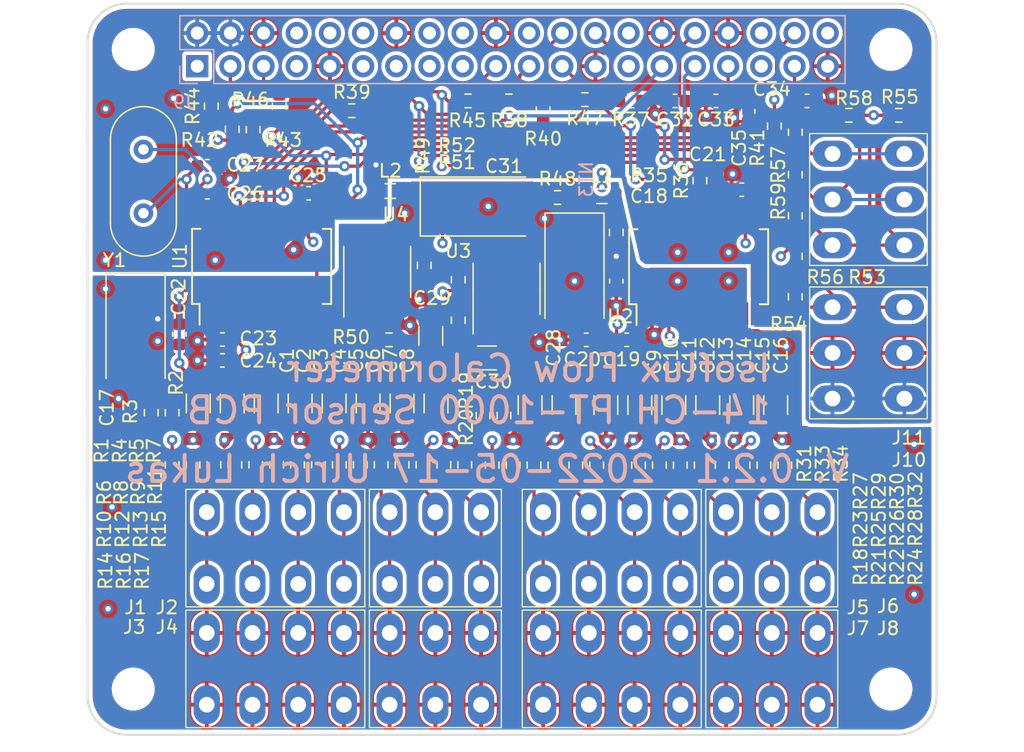
<source format=kicad_pcb>
(kicad_pcb (version 20211014) (generator pcbnew)
  (title_block (title "Flow Calorimeter - 14 Sensor PCB") (date "2022-05-02") (rev "0.2.1") (company "U. Lukas"))
  (layers (0 "F.Cu" signal) (1 "In1.Cu" signal) (2 "In2.Cu" signal) (31 "B.Cu" signal) (34 "B.Paste" user) (35 "F.Paste" user) (36 "B.SilkS" user "B.Silkscreen") (37 "F.SilkS" user "F.Silkscreen") (38 "B.Mask" user) (39 "F.Mask" user) (44 "Edge.Cuts" user))
  (net 0 "")
  (net 1 "/7x PT-1000 Sensor Bridge/SNS_5A")
  (net 2 "/7x PT-1000 Sensor Bridge/SNS_6A")
  (net 3 "/7x PT-1000 Sensor Bridge/SNS_7A")
  (net 4 "5V_RPI")
  (net 5 "GNDD")
  (net 6 "Net-(J10-Pad3)")
  (net 7 "/7x PT-1000 Sensor Bridge1/SNS_5A")
  (net 8 "/7x PT-1000 Sensor Bridge1/SNS_6A")
  (net 9 "/7x PT-1000 Sensor Bridge1/SNS_7A")
  (net 10 "Net-(J11-Pad3)")
  (net 11 "/7x PT-1000 Sensor Bridge/SNS_1A")
  (net 12 "/7x PT-1000 Sensor Bridge/SNS_2A")
  (net 13 "/7x PT-1000 Sensor Bridge/SNS_3A")
  (net 14 "/7x PT-1000 Sensor Bridge/SNS_4A")
  (net 15 "/7x PT-1000 Sensor Bridge1/SNS_1A")
  (net 16 "/7x PT-1000 Sensor Bridge1/SNS_2A")
  (net 17 "/7x PT-1000 Sensor Bridge1/SNS_3A")
  (net 18 "/7x PT-1000 Sensor Bridge1/SNS_4A")
  (net 19 "2.5V_REF")
  (net 20 "/2x 24-Bit Delta-Sigma ADC/ADC2_AIN1")
  (net 21 "/2x 24-Bit Delta-Sigma ADC/ADC2_AIN0")
  (net 22 "GNDA")
  (net 23 "/2x 24-Bit Delta-Sigma ADC/ADC2_AIN3")
  (net 24 "/2x 24-Bit Delta-Sigma ADC/ADC1_AIN2")
  (net 25 "Net-(R47-Pad1)")
  (net 26 "/2x 24-Bit Delta-Sigma ADC/SCK")
  (net 27 "Net-(R45-Pad1)")
  (net 28 "/2x 24-Bit Delta-Sigma ADC/MOSI")
  (net 29 "/Flow Sensors/FLOW_SNS_2")
  (net 30 "Net-(L1-Pad2)")
  (net 31 "/2x 24-Bit Delta-Sigma ADC/5V_FLT_ADC")
  (net 32 "Net-(R36-Pad1)")
  (net 33 "/2x 24-Bit Delta-Sigma ADC/DRDY2")
  (net 34 "Net-(R37-Pad1)")
  (net 35 "/2x 24-Bit Delta-Sigma ADC/CS2")
  (net 36 "/2x 24-Bit Delta-Sigma ADC/MISO")
  (net 37 "Net-(R39-Pad1)")
  (net 38 "/2x 24-Bit Delta-Sigma ADC/DRDY1")
  (net 39 "Net-(R40-Pad1)")
  (net 40 "/2x 24-Bit Delta-Sigma ADC/CS1")
  (net 41 "Net-(R42-Pad1)")
  (net 42 "3.3V_RPI")
  (net 43 "Net-(R43-Pad1)")
  (net 44 "/2x 24-Bit Delta-Sigma ADC/~SYNC_~PWDN")
  (net 45 "/2x 24-Bit Delta-Sigma ADC/ADC1_AIN0")
  (net 46 "/2x 24-Bit Delta-Sigma ADC/ADC1_AIN1")
  (net 47 "/2x 24-Bit Delta-Sigma ADC/ADC1_AIN3")
  (net 48 "/2x 24-Bit Delta-Sigma ADC/ADC1_AIN4")
  (net 49 "/2x 24-Bit Delta-Sigma ADC/ADC1_AIN5")
  (net 50 "/2x 24-Bit Delta-Sigma ADC/ADC1_AIN6")
  (net 51 "/2x 24-Bit Delta-Sigma ADC/ADC1_AIN7")
  (net 52 "Net-(C30-Pad2)")
  (net 53 "Net-(C30-Pad1)")
  (net 54 "Net-(R49-Pad2)")
  (net 55 "Net-(C29-Pad1)")
  (net 56 "/Low 1_f Noise Reference Voltage Source/5V_FLT")
  (net 57 "/2x 24-Bit Delta-Sigma ADC/~RESET")
  (net 58 "Net-(L2-Pad2)")
  (net 59 "/2x 24-Bit Delta-Sigma ADC/ADC2_AIN2")
  (net 60 "/2x 24-Bit Delta-Sigma ADC/ADC2_AIN4")
  (net 61 "/2x 24-Bit Delta-Sigma ADC/ADC2_AIN5")
  (net 62 "/2x 24-Bit Delta-Sigma ADC/ADC2_AIN6")
  (net 63 "/2x 24-Bit Delta-Sigma ADC/ADC2_AIN7")
  (net 64 "/Flow Sensors/FLOW_SNS_1")
  (net 68 "Net-(C27-Pad2)")
  (net 69 "Net-(C26-Pad2)")
  (net 73 "Net-(U3-Pad6)")
  (net 91 "/Flow Sensors/FLOW_SNS_3")
  (net 92 "/Flow Sensors/FLOW_SNS_4")
  (net 97 "Net-(R1-Pad2)")
  (net 98 "Net-(R18-Pad2)")
  (net 99 "Net-(U1-Pad25)")
  (net 102 "Net-(R38-Pad1)")
  (net 103 "Net-(J11-Pad1)")
  (net 104 "Net-(J11-Pad2)")
  (footprint "Resistor_SMD:R_0603_1608Metric" (layer "F.Cu") (at 53 68.575 90)
    (fp_text reference "R3")
    (fp_text value "1k1")
  )
  (footprint "Capacitor_SMD:C_0603_1608Metric" (layer "F.Cu") (at 88.6 58.5 -90)
    (fp_text reference "C18")
    (fp_text value "100n")
  )
  (footprint "Resistor_SMD:R_0603_1608Metric" (layer "F.Cu") (at 89.7 44.7 180)
    (fp_text reference "R37")
    (fp_text value "100")
  )
  (footprint "Resistor_SMD:R_0603_1608Metric" (layer "F.Cu") (at 75.4 72.575 -90)
    (fp_text reference "R16")
    (fp_text value "10k")
  )
  (footprint "Capacitor_SMD:C_0603_1608Metric" (layer "F.Cu") (at 93.1 44.7 180)
    (fp_text reference "C32")
    (fp_text value "10n")
  )
  (footprint "lib_ul_mech:TerminalBlock_MetzConnect_AST21304" (layer "F.Cu") (at 62.5 88.2)
    (fp_text reference "J3")
    (fp_text value "AST21304")
  )
  (footprint "Capacitor_SMD:C_1206_3216Metric" (layer "F.Cu") (at 82 68 -90)
    (fp_text reference "C9")
    (fp_text value "1u")
  )
  (footprint "Resistor_SMD:R_0603_1608Metric" (layer "F.Cu") (at 95 50.8 90)
    (fp_text reference "R36")
    (fp_text value "100")
  )
  (footprint "MountingHole:MountingHole_2.7mm_M2.5" (layer "F.Cu") (at 51.62 89.75)
    (fp_text reference "M3" hide)
    (fp_text value "MountingHole_2.7mm_M2.5")
  )
  (footprint "Capacitor_SMD:C_1206_3216Metric" (layer "F.Cu") (at 87.8 68 -90)
    (fp_text reference "C11")
    (fp_text value "1u")
  )
  (footprint "Resistor_SMD:R_0603_1608Metric" (layer "F.Cu") (at 61 72.575 -90)
    (fp_text reference "R6")
    (fp_text value "10k")
  )
  (footprint "Resistor_SMD:R_0603_1608Metric" (layer "F.Cu") (at 69 72.575 -90)
    (fp_text reference "R12")
    (fp_text value "10k")
  )
  (footprint "Resistor_SMD:R_0603_1608Metric" (layer "F.Cu") (at 90.3 72.6 90)
    (fp_text reference "R28")
    (fp_text value "1k1")
  )
  (footprint "MountingHole:MountingHole_2.7mm_M2.5" (layer "F.Cu") (at 51.62 40.75)
    (fp_text reference "M2" hide)
    (fp_text value "MountingHole_2.7mm_M2.5")
  )
  (footprint "Resistor_SMD:R_0603_1608Metric" (layer "F.Cu") (at 62.8 45.1 90)
    (fp_text reference "R46")
    (fp_text value "100")
  )
  (footprint "Resistor_SMD:R_0603_1608Metric" (layer "F.Cu") (at 64.2 72.575 90)
    (fp_text reference "R9")
    (fp_text value "1k1")
  )
  (footprint "Resistor_SMD:R_0603_1608Metric" (layer "F.Cu") (at 102.3 59.7 -90)
    (fp_text reference "R54")
    (fp_text value "220")
  )
  (footprint "Resistor_SMD:R_0603_1608Metric" (layer "F.Cu") (at 80.7 72.6 -90)
    (fp_text reference "R21")
    (fp_text value "10k")
  )
  (footprint "Resistor_SMD:R_0603_1608Metric" (layer "F.Cu") (at 73.9 57.3 -90)
    (fp_text reference "R49")
    (fp_text value "2k2")
  )
  (footprint "lib_ul_mech:TerminalBlock_MetzConnect_AST21303" (layer "F.Cu") (at 100.5 88.2)
    (fp_text reference "J8")
    (fp_text value "AST21303")
  )
  (footprint "Resistor_SMD:R_0603_1608Metric" (layer "F.Cu") (at 71.2 63)
    (fp_text reference "R50")
    (fp_text value "10k")
  )
  (footprint "Resistor_SMD:R_0603_1608Metric" (layer "F.Cu") (at 77 72.575 90)
    (fp_text reference "R17")
    (fp_text value "1k1")
  )
  (footprint "Capacitor_SMD:C_1206_3216Metric" (layer "F.Cu") (at 93 68 -90)
    (fp_text reference "C13")
    (fp_text value "1u")
  )
  (footprint "Resistor_SMD:R_0603_1608Metric" (layer "F.Cu") (at 68.35 45.45)
    (fp_text reference "R39")
    (fp_text value "100")
  )
  (footprint "MountingHole:MountingHole_2.7mm_M2.5" (layer "F.Cu") (at 109.62 89.75)
    (fp_text reference "M4" hide)
    (fp_text value "MountingHole_2.7mm_M2.5")
  )
  (footprint "Crystal:Crystal_HC49-4H_Vertical" (layer "F.Cu") (at 52.4 53.3 90)
    (fp_text reference "Y1")
    (fp_text value "7.68M")
  )
  (footprint "Capacitor_SMD:C_1206_3216Metric" (layer "F.Cu") (at 90.4 68 -90)
    (fp_text reference "C12")
    (fp_text value "1u")
  )
  (footprint "lib_ul_mech:TerminalBlock_MetzConnect_AST21303" (layer "F.Cu") (at 107.9 64 90)
    (fp_text reference "J10")
    (fp_text value "AST21303")
  )
  (footprint "Capacitor_SMD:C_1206_3216Metric" (layer "F.Cu") (at 61.8 67.87548 -90)
    (fp_text reference "C3")
    (fp_text value "1u")
  )
  (footprint "Resistor_SMD:R_0603_1608Metric" (layer "F.Cu") (at 57.6 45.1 90)
    (fp_text reference "R44")
    (fp_text value "100")
  )
  (footprint "Resistor_SMD:R_0603_1608Metric" (layer "F.Cu") (at 101.5 72.6 90)
    (fp_text reference "R34")
    (fp_text value "1k1")
  )
  (footprint "Capacitor_SMD:C_1206_3216Metric" (layer "F.Cu") (at 72.2 67.87548 -90)
    (fp_text reference "C7")
    (fp_text value "1u")
  )
  (footprint "Resistor_SMD:R_0603_1608Metric" (layer "F.Cu") (at 78.4 68.8 90)
    (fp_text reference "R20")
    (fp_text value "1k1")
  )
  (footprint "Resistor_SMD:R_0603_1608Metric" (layer "F.Cu") (at 59.2 46.875 -90)
    (fp_text reference "R42")
    (fp_text value "10k")
  )
  (footprint "Capacitor_Tantalum_SMD:CP_EIA-7343-31_Kemet-D" (layer "F.Cu") (at 85.4 57.7 -90)
    (fp_text reference "C28")
    (fp_text value "T491D 47U")
  )
  (footprint "Package_SO:SO-8_3.9x4.9mm_P1.27mm" (layer "F.Cu") (at 80.2 59.0875 90)
    (fp_text reference "U3")
    (fp_text value "LM358")
  )
  (footprint "lib_ul_mech:TerminalBlock_MetzConnect_AST21304" (layer "F.Cu") (at 88.25 78.95)
    (fp_text reference "J5")
    (fp_text value "AST21304")
  )
  (footprint "Resistor_SMD:R_0603_1608Metric" (layer "F.Cu") (at 65.8 72.575 90)
    (fp_text reference "R11")
    (fp_text value "1k1")
  )
  (footprint "Resistor_SMD:R_0603_1608Metric" (layer "F.Cu") (at 99.9 72.6 -90)
    (fp_text reference "R33")
    (fp_text value "10k")
  )
  (footprint "Package_SO:SSOP-28_5.3x10.2mm_P0.65mm" (layer "F.Cu") (at 94.9 57.4 90)
    (fp_text reference "U2")
    (fp_text value "ADS1256IDB")
  )
  (footprint "Capacitor_SMD:C_0603_1608Metric" (layer "F.Cu") (at 98.2 51.5 180)
    (fp_text reference "C21")
    (fp_text value "100n")
  )
  (footprint "Resistor_SMD:R_0603_1608Metric" (layer "F.Cu") (at 102.3 47.1 -90)
    (fp_text reference "R57")
    (fp_text value "220")
  )
  (footprint "Capacitor_SMD:C_0603_1608Metric" (layer "F.Cu") (at 103.2 44.7)
    (fp_text reference "C34")
    (fp_text value "10n")
  )
  (footprint "Resistor_SMD:R_0603_1608Metric" (layer "F.Cu") (at 82.3 72.6 90)
    (fp_text reference "R22")
    (fp_text value "1k1")
  )
  (footprint "Resistor_SMD:R_0603_1608Metric" (layer "F.Cu") (at 98.3 72.6 -90)
    (fp_text reference "R31")
    (fp_text value "10k")
  )
  (footprint "Resistor_SMD:R_0603_1608Metric" (layer "F.Cu") (at 95.1 72.6 90)
    (fp_text reference "R30")
    (fp_text value "1k1")
  )
  (footprint "Capacitor_Tantalum_SMD:CP_EIA-7343-31_Kemet-D" (layer "F.Cu") (at 78 52.7875)
    (fp_text reference "C31")
    (fp_text value "T491D 47U")
  )
  (footprint "Capacitor_SMD:C_1206_3216Metric" (layer "F.Cu") (at 84.6 68 -90)
    (fp_text reference "C10")
    (fp_text value "1u")
  )
  (footprint "Resistor_SMD:R_0603_1608Metric" (layer "F.Cu") (at 76.5 58.4 -90)
    (fp_text reference "R52")
    (fp_text value "10k")
  )
  (footprint "Resistor_SMD:R_0603_1608Metric" (layer "F.Cu") (at 102.3 53.5 -90)
    (fp_text reference "R56")
    (fp_text value "220")
  )
  (footprint "Resistor_SMD:R_0603_1608Metric" (layer "F.Cu") (at 76.5 61.5 90)
    (fp_text reference "R51")
    (fp_text value "10")
  )
  (footprint "Capacitor_SMD:C_0603_1608Metric" (layer "F.Cu") (at 86.3 63 180)
    (fp_text reference "C20")
    (fp_text value "100n")
  )
  (footprint "Capacitor_SMD:C_1206_3216Metric" (layer "F.Cu") (at 67 67.87548 -90)
    (fp_text reference "C5")
    (fp_text value "1u")
  )
  (footprint "Resistor_SMD:R_0603_1608Metric" (layer "F.Cu") (at 83 45.4 90)
    (fp_text reference "R40")
    (fp_text value "100")
  )
  (footprint "Resistor_SMD:R_0603_1608Metric" (layer "F.Cu") (at 93.5 72.6 -90)
    (fp_text reference "R29")
    (fp_text value "10k")
  )
  (footprint "Capacitor_SMD:C_1206_3216Metric" (layer "F.Cu") (at 78.7 64.3875)
    (fp_text reference "C30")
    (fp_text value "1u")
  )
  (footprint "Capacitor_SMD:C_1206_3216Metric" (layer "F.Cu") (at 98.2 68 -90)
    (fp_text reference "C15")
    (fp_text value "1u")
  )
  (footprint "Package_SO:SO-8_3.9x4.9mm_P1.27mm" (layer "F.Cu") (at 70.3 57.8 90)
    (fp_text reference "U4")
    (fp_text value "LM336BM-2.5")
  )
  (footprint "Capacitor_SMD:C_1206_3216Metric" (layer "F.Cu") (at 74.8 67.87548 -90)
    (fp_text reference "C8")
    (fp_text value "1u")
  )
  (footprint "Inductor_SMD:L_0805_2012Metric" (layer "F.Cu") (at 87.5 52)
    (fp_text reference "L1")
    (fp_text value "BLM21AG102")
  )
  (footprint "Resistor_SMD:R_0603_1608Metric" (layer "F.Cu") (at 85.5 72.6 -90)
    (fp_text reference "R23")
    (fp_text value "10k")
  )
  (footprint "Resistor_SMD:R_0603_1608Metric" (layer "F.Cu") (at 91.9 72.6 -90)
    (fp_text reference "R27")
    (fp_text value "10k")
  )
  (footprint "Resistor_SMD:R_0603_1608Metric" (layer "F.Cu") (at 60.8 46.9 -90)
    (fp_text reference "R43")
    (fp_text value "10k")
  )
  (footprint "lib_ul_mech:TerminalBlock_MetzConnect_AST21303" (layer "F.Cu") (at 74.75 88.2)
    (fp_text reference "J4")
    (fp_text value "AST21303")
  )
  (footprint "Capacitor_SMD:C_1206_3216Metric" (layer "F.Cu") (at 95.6 68 -90)
    (fp_text reference "C14")
    (fp_text value "1u")
  )
  (footprint "Capacitor_SMD:C_1206_3216Metric" (layer "F.Cu") (at 74.4 62.7 90)
    (fp_text reference "C29")
    (fp_text value "1u")
  )
  (footprint "Capacitor_SMD:C_0603_1608Metric" (layer "F.Cu") (at 57.3 51.7 180)
    (fp_text reference "C26")
    (fp_text value "47p")
  )
  (footprint "Capacitor_SMD:C_1206_3216Metric" (layer "F.Cu") (at 64.4 67.87548 -90)
    (fp_text reference "C4")
    (fp_text value "1u")
  )
  (footprint "MountingHole:MountingHole_2.7mm_M2.5" (layer "F.Cu") (at 109.62 40.75)
    (fp_text reference "M1" hide)
    (fp_text value "MountingHole_2.7mm_M2.5")
  )
  (footprint "Resistor_SMD:R_0603_1608Metric" (layer "F.Cu") (at 56.2 72.575 -90)
    (fp_text reference "R4")
    (fp_text value "10k")
  )
  (footprint "Resistor_SMD:R_0603_1608Metric" (layer "F.Cu") (at 70.6 72.575 90)
    (fp_text reference "R13")
    (fp_text value "1k1")
  )
  (footprint "Capacitor_SMD:C_1206_3216Metric" (layer "F.Cu") (at 69.6 67.87548 -90)
    (fp_text reference "C6")
    (fp_text value "1u")
  )
  (footprint "lib_ul_mech:TerminalBlock_MetzConnect_AST21303" (layer "F.Cu") (at 100.5 78.95)
    (fp_text reference "J6")
    (fp_text value "AST21303")
  )
  (footprint "Capacitor_SMD:C_0603_1608Metric" (layer "F.Cu") (at 58.45 64.575 180)
    (fp_text reference "C24")
    (fp_text value "100n")
  )
  (footprint "Resistor_SMD:R_0603_1608Metric" (layer "F.Cu") (at 57.8 72.575 90)
    (fp_text reference "R5")
    (fp_text value "1k1")
  )
  (footprint "Capacitor_SMD:C_1206_3216Metric" (layer "F.Cu") (at 56.6 67.875 -90)
    (fp_text reference "C1")
    (fp_text value "1u")
  )
  (footprint "Capacitor_SMD:C_0603_1608Metric" (layer "F.Cu") (at 89.4 63)
    (fp_text reference "C19")
    (fp_text value "100p")
  )
  (footprint "Resistor_SMD:R_0603_1608Metric" (layer "F.Cu") (at 73.8 72.575 -90)
    (fp_text reference "R14")
    (fp_text value "10k")
  )
  (footprint "Resistor_SMD:R_0603_1608Metric" (layer "F.Cu") (at 110.225 45.8)
    (fp_text reference "R55")
    (fp_text value "2k2")
  )
  (footprint "Resistor_SMD:R_0603_1608Metric" (layer "F.Cu") (at 102.3 50.35 -90)
    (fp_text reference "R59")
    (fp_text value "220")
  )
  (footprint "Capacitor_SMD:C_0603_1608Metric" (layer "F.Cu") (at 98.7 45.5 -90)
    (fp_text reference "C35")
    (fp_text value "10n")
  )
  (footprint "Resistor_SMD:R_0603_1608Metric" (layer "F.Cu") (at 77.25 44.7)
    (fp_text reference "R45")
    (fp_text value "100")
  )
  (footprint "Resistor_SMD:R_0603_1608Metric" (layer "F.Cu") (at 62.6 72.575 -90)
    (fp_text reference "R8")
    (fp_text value "10k")
  )
  (footprint "Resistor_SMD:R_0603_1608Metric" (layer "F.Cu") (at 72.2 72.575 90)
    (fp_text reference "R15")
    (fp_text value "1k1")
  )
  (footprint "Capacitor_SMD:C_0603_1608Metric" (layer "F.Cu") (at 65.05 51.775 180)
    (fp_text reference "C25")
    (fp_text value "100n")
  )
  (footprint "Inductor_SMD:L_0805_2012Metric" (layer "F.Cu") (at 71.3 51.6)
    (fp_text reference "L2")
    (fp_text value "BLM21AG102")
  )
  (footprint "Resistor_SMD:R_0603_1608Metric" (layer "F.Cu") (at 88.7 72.6 90)
    (fp_text reference "R26")
    (fp_text value "1k1")
  )
  (footprint "Resistor_SMD:R_0603_1608Metric" (layer "F.Cu") (at 83.9 72.6 90)
    (fp_text reference "R24")
    (fp_text value "1k1")
  )
  (footprint "Resistor_SMD:R_0603_1608Metric" (layer "F.Cu") (at 67.4 72.575 -90)
    (fp_text reference "R10")
    (fp_text value "10k")
  )
  (footprint "Resistor_SMD:R_0603_1608Metric" (layer "F.Cu") (at 80 68.8 -90)
    (fp_text reference "R19")
    (fp_text value "1k1")
  )
  (footprint "Capacitor_SMD:C_0603_1608Metric" (layer "F.Cu") (at 58.45 62.975 180)
    (fp_text reference "C23")
    (fp_text value "100p")
  )
  (footprint "Resistor_SMD:R_0603_1608Metric" (layer "F.Cu") (at 80.375 44.7)
    (fp_text reference "R38")
    (fp_text value "100")
  )
  (footprint "Resistor_SMD:R_0603_1608Metric" (layer "F.Cu") (at 87.1 72.6 -90)
    (fp_text reference "R25")
    (fp_text value "10k")
  )
  (footprint "Resistor_SMD:R_0603_1608Metric" (layer "F.Cu") (at 79.1 72.6 -90)
    (fp_text reference "R18")
    (fp_text value "10k")
  )
  (footprint "Capacitor_SMD:C_0603_1608Metric" (layer "F.Cu") (at 57.3 49.7 180)
    (fp_text reference "C27")
    (fp_text value "47p")
  )
  (footprint "Resistor_SMD:R_0603_1608Metric" (layer "F.Cu") (at 54.6 68.575 -90)
    (fp_text reference "R2")
    (fp_text value "1k1")
  )
  (footprint "Resistor_SMD:R_0603_1608Metric" (layer "F.Cu") (at 54.6 72.575 -90)
    (fp_text reference "R1")
    (fp_text value "10k")
  )
  (footprint "Capacitor_SMD:C_1206_3216Metric" (layer "F.Cu") (at 59.2 67.87548 -90)
    (fp_text reference "C2")
    (fp_text value "1u")
  )
  (footprint "Resistor_SMD:R_0603_1608Metric" (layer "F.Cu") (at 86.2 44.6 180)
    (fp_text reference "R47")
    (fp_text value "100")
  )
  (footprint "Resistor_SMD:R_0603_1608Metric" (layer "F.Cu") (at 100.7 46.625 -90)
    (fp_text reference "R41")
    (fp_text value "2k2")
  )
  (footprint "Package_SO:SSOP-28_5.3x10.2mm_P0.65mm" (layer "F.Cu") (at 61.45 57.375 90)
    (fp_text reference "U1")
    (fp_text value "ADS1256IDB")
  )
  (footprint "lib_ul_mech:TerminalBlock_MetzConnect_AST21304" (layer "F.Cu") (at 88.25 88.2)
    (fp_text reference "J7")
    (fp_text value "AST21304")
  )
  (footprint "lib_ul_mech:TerminalBlock_MetzConnect_AST21303" (layer "F.Cu") (at 74.75 78.95)
    (fp_text reference "J2")
    (fp_text value "AST21303")
  )
  (footprint "Resistor_SMD:R_0603_1608Metric" (layer "F.Cu") (at 102.3 56.6 -90)
    (fp_text reference "R53")
    (fp_text value "2k2")
  )
  (footprint "lib_ul_mech:TerminalBlock_MetzConnect_AST21304" (layer "F.Cu") (at 62.5 78.95)
    (fp_text reference "J1")
    (fp_text value "AST21304")
  )
  (footprint "Resistor_SMD:R_0603_1608Metric" (layer "F.Cu") (at 106.4 45.8 180)
    (fp_text reference "R58")
    (fp_text value "2k2")
  )
  (footprint "Capacitor_Tantalum_SMD:CP_EIA-7343-31_Kemet-D" (layer "F.Cu") (at 51.8 62.3 -90)
    (fp_text reference "C17")
    (fp_text value "T491D 47U")
  )
  (footprint "Capacitor_SMD:C_0603_1608Metric" (layer "F.Cu") (at 96.225 44.7 180)
    (fp_text reference "C33")
    (fp_text value "10n")
  )
  (footprint "Capacitor_SMD:C_0603_1608Metric" (layer "F.Cu") (at 55.15 62.575 -90)
    (fp_text reference "C22")
    (fp_text value "100n")
  )
  (footprint "Capacitor_SMD:C_1206_3216Metric" (layer "F.Cu") (at 100.8 68 -90)
    (fp_text reference "C16")
    (fp_text value "1u")
  )
  (footprint "Resistor_SMD:R_0603_1608Metric" (layer "F.Cu") (at 84.1 52.1)
    (fp_text reference "R48")
    (fp_text value "10")
  )
  (footprint "Resistor_SMD:R_0603_1608Metric" (layer "F.Cu") (at 88.6 54.775 -90)
    (fp_text reference "R35")
    (fp_text value "10")
  )
  (footprint "Resistor_SMD:R_0603_1608Metric" (layer "F.Cu") (at 96.7 72.6 90)
    (fp_text reference "R32")
    (fp_text value "1k1")
  )
  (footprint "lib_ul_mech:TerminalBlock_MetzConnect_AST21303" (layer "F.Cu") (at 107.9 52.25 90)
    (fp_text reference "J11")
    (fp_text value "AST21303")
  )
  (footprint "Resistor_SMD:R_0603_1608Metric" (layer "F.Cu") (at 59.4 72.575 90)
    (fp_text reference "R7")
    (fp_text value "1k1")
  )
  (footprint "Connector_PinSocket_2.54mm:PinSocket_2x20_P2.54mm_Vertical" (layer "B.Cu") (at 56.52 42.04 -90)
    (fp_text reference "J9")
    (fp_text value "Raspberry_Pi_2_3")
  )
  (footprint "NetTie:NetTie-2_SMD_Pad0.5mm" (layer "B.Cu") (at 87.5 50.7 -90)
    (fp_text reference "NT3")
    (fp_text value "NetTie_2")
  )
  (gr_arc locked (start 113.12 90.25) (mid 112.24132 92.37132) (end 110.12 93.25) (layer "Edge.Cuts") (width 0.15))
  (gr_line locked (start 110.12 37.25) (end 51.12 37.25) (layer "Edge.Cuts") (width 0.15))
  (gr_arc locked (start 48.12 40.25) (mid 48.99868 38.12868) (end 51.12 37.25) (layer "Edge.Cuts") (width 0.15))
  (gr_line locked (start 113.12 90.25) (end 113.12 40.25) (layer "Edge.Cuts") (width 0.15))
  (gr_line locked (start 51.12 93.25) (end 110.12 93.25) (layer "Edge.Cuts") (width 0.15))
  (gr_line locked (start 48.12 90.25) (end 48.12 40.25) (layer "Edge.Cuts") (width 0.15))
  (gr_arc locked (start 51.12 93.25) (mid 48.99868 92.37132) (end 48.12 90.25) (layer "Edge.Cuts") (width 0.15))
  (gr_arc locked (start 110.12 37.25) (mid 112.24132 38.12868) (end 113.12 40.25) (layer "Edge.Cuts") (width 0.15))
  (gr_text "V. 0.2.1  2022-05-17 Ulrich Lukas" (at 78.7 72.9) (layer "B.SilkS") (effects (font (size 2 2) (thickness 0.3)) (justify mirror)))
  (gr_text "Isoflux Flow Calorimeter\n14-CH PT-1000 Sensor PCB" (at 100.6 66.8) (layer "B.SilkS") (effects (font (size 2 2) (thickness 0.3)) (justify left mirror)))
  (segment (start 70.6 75.55) (end 71.25 76.2) (width 0.25) (layer "F.Cu") (net 1))
  (segment (start 71.25 81.7) (end 71.25 76.2) (width 0.25) (layer "F.Cu") (net 1))
  (segment (start 70.6 73.4) (end 70.6 75.55) (width 0.25) (layer "F.Cu") (net 1))
  (segment (start 69 73.4) (end 70.6 73.4) (width 0.25) (layer "F.Cu") (net 1))
  (segment (start 74.75 75.35) (end 74.75 76.2) (width 0.25) (layer "F.Cu") (net 2))
  (segment (start 73.8 73.4) (end 73.8 74.4) (width 0.25) (layer "F.Cu") (net 2))
  (segment (start 72.2 73.4) (end 73.8 73.4) (width 0.25) (layer "F.Cu") (net 2))
  (segment (start 74.75 81.7) (end 74.75 76.2) (width 0.25) (layer "F.Cu") (net 2))
  (segment (start 73.8 74.4) (end 74.75 75.35) (width 0.25) (layer "F.Cu") (net 2))
  (segment (start 75.4 73.4) (end 77 73.4) (width 0.25) (layer "F.Cu") (net 3))
  (segment (start 77 73.4) (end 77 74.95) (width 0.25) (layer "F.Cu") (net 3))
  (segment (start 77 74.95) (end 78.25 76.2) (width 0.25) (layer "F.Cu") (net 3))
  (segment (start 78.25 81.7) (end 78.25 76.2) (width 0.25) (layer "F.Cu") (net 3))
  (segment (start 70.2 49.6) (end 70.2 51.5625) (width 0.25) (layer "F.Cu") (net 4))
  (segment (start 86.4375 52) (end 84.9375 50.5) (width 0.25) (layer "F.Cu") (net 4))
  (segment (start 70.2 51.5625) (end 70.2375 51.6) (width 0.25) (layer "F.Cu") (net 4))
  (segment (start 84.9375 50.5) (end 71 50.5) (width 0.25) (layer "F.Cu") (net 4))
  (segment (start 71 50.5) (end 70.2375 51.2625) (width 0.25) (layer "F.Cu") (net 4))
  (segment (start 70.2375 51.2625) (end 70.2375 51.6) (width 0.25) (layer "F.Cu") (net 4))
  (via (at 70.2 49.6) (size 0.8) (drill 0.4) (layers "F.Cu" "B.Cu") (net 4))
  (segment (start 70.2 46.7) (end 66.714511 43.214511) (width 0.25) (layer "B.Cu") (net 4))
  (segment (start 66.714511 43.214511) (end 60.914511 43.214511) (width 0.25) (layer "B.Cu") (net 4))
  (segment (start 60.3 40.74) (end 59.06 39.5) (width 0.25) (layer "B.Cu") (net 4))
  (segment (start 60.914511 43.214511) (end 60.3 42.6) (width 0.25) (layer "B.Cu") (net 4))
  (segment (start 60.3 42.6) (end 60.3 40.74) (width 0.25) (layer "B.Cu") (net 4))
  (segment (start 70.2 49.6) (end 70.2 46.7) (width 0.25) (layer "B.Cu") (net 4))
  (segment (start 59.06 39.5) (end 56.52 39.5) (width 0.25) (layer "B.Cu") (net 4))
  (segment (start 65.4 50.4) (end 65.4 50.65) (width 0.25) (layer "F.Cu") (net 5))
  (segment (start 58.075 51.618091) (end 59.016087 50.677004) (width 0.25) (layer "F.Cu") (net 5))
  (segment (start 97.5 50.3) (end 97.425 50.375) (width 0.25) (layer "F.Cu") (net 5))
  (segment (start 98.7 46.275) (end 97.875 46.275) (width 0.25) (layer "F.Cu") (net 5))
  (segment (start 65.4 50.65) (end 64.275 51.775) (width 0.25) (layer "F.Cu") (net 5))
  (segment (start 97.875 46.275) (end 97.6 46) (width 0.25) (layer "F.Cu") (net 5))
  (segment (start 58.075 49.735917) (end 59.016087 50.677004) (width 0.25) (layer "F.Cu") (net 5))
  (segment (start 64.275 50.6) (end 64.275 51.775) (width 0.25) (layer "F.Cu") (net 5))
  (segment (start 58.075 51.7) (end 58.075 51.618091) (width 0.25) (layer "F.Cu") (net 5))
  (segment (start 92.325 44.7) (end 92.325 44.975) (width 0.25) (layer "F.Cu") (net 5))
  (segment (start 97.825 53.8) (end 97.825 51.9) (width 0.4) (layer "F.Cu") (net 5))
  (segment (start 64.375 51.875) (end 64.375 53.775) (width 0.4) (layer "F.Cu") (net 5))
  (segment (start 95.45 45.75) (end 95.45 44.7) (width 0.25) (layer "F.Cu") (net 5))
  (segment (start 58.075 49.7) (end 58.075 49.735917) (width 0.25) (layer "F.Cu") (net 5))
  (segment (start 92.325 44.975) (end 91.6 45.7) (width 0.25) (layer "F.Cu") (net 5))
  (segment (start 103.975 44.7) (end 104.7 44.7) (width 0.25) (layer "F.Cu") (net 5))
  (segment (start 97.425 50.375) (end 97.425 51.5) (width 0.25) (layer "F.Cu") (net 5))
  (segment (start 97.825 51.9) (end 97.425 51.5) (width 0.4) (layer "F.Cu") (net 5))
  (segment (start 104.7 44.7) (end 105.1 44.3) (width 0.25) (layer "F.Cu") (net 5))
  (segment (start 64.25 50.575) (end 64.275 50.6) (width 0.25) (layer "F.Cu") (net 5))
  (segment (start 64.275 51.775) (end 64.375 51.875) (width 0.4) (layer "F.Cu") (net 5))
  (segment (start 95.5 45.8) (end 95.45 45.75) (width 0.25) (layer "F.Cu") (net 5))
  (via (at 107.9 58.1) (size 0.8) (drill 0.4) (layers "F.Cu" "B.Cu") (net 5))
  (via (at 91.6 45.7) (size 0.8) (drill 0.4) (layers "F.Cu" "B.Cu") (net 5))
  (via (at 97.2 56.3) (size 0.8) (drill 0.4) (layers "F.Cu" "B.Cu") (net 5))
  (via (at 97.5 50.3) (size 0.8) (drill 0.4) (layers "F.Cu" "B.Cu") (net 5))
  (via (at 59.016087 50.677004) (size 0.8) (drill 0.4) (layers "F.Cu" "B.Cu") (net 5))
  (via (at 87.5 50.2) (size 0.8) (drill 0.4) (layers "F.Cu" "B.Cu") (net 5))
  (via (at 97.6 46) (size 0.8) (drill 0.4) (layers "F.Cu" "B.Cu") (net 5))
  (via (at 57.9 56.9) (size 0.8) (drill 0.4) (layers "F.Cu" "B.Cu") (net 5))
  (via (at 95.5 45.8) (size 0.8) (drill 0.4) (layers "F.Cu" "B.Cu") (net 5))
  (via (at 65.4 50.4) (size 0.8) (drill 0.4) (layers "F.Cu" "B.Cu") (net 5))
  (via (at 54.7 44.5) (size 0.8) (drill 0.4) (layers "F.Cu" "B.Cu") (net 5))
  (via (at 63.9 56.1) (size 0.8) (drill 0.4) (layers "F.Cu" "B.Cu") (net 5))
  (via (at 49.5 45.3) (size 0.8) (drill 0.4) (layers "F.Cu" "B.Cu") (net 5))
  (via (at 93.3 56.3) (size 0.8) (drill 0.4) (layers "F.Cu" "B.Cu") (net 5))
  (via (at 49.5 56.9) (size 0.8) (drill 0.4) (layers "F.Cu" "B.Cu") (net 5))
  (via (at 64.25 50.575) (size 0.8) (drill 0.4) (layers "F.Cu" "B.Cu") (net 5))
  (via (at 105.1 44.3) (size 0.8) (drill 0.4) (layers "F.Cu" "B.Cu") (net 5))
  (segment (start 103.175 60.525) (end 103.2 60.5) (width 0.25) (layer "F.Cu") (net 6))
  (segment (start 105.15 59.55) (end 105.15 60.5) (width 0.25) (layer "F.Cu") (net 6))
  (segment (start 102.3 57.425) (end 103.025 57.425) (width 0.25) (layer "F.Cu") (net 6))
  (segment (start 103.2 60.5) (end 105.15 60.5) (width 0.25) (layer "F.Cu") (net 6))
  (segment (start 103.025 57.425) (end 105.15 59.55) (width 0.25) (layer "F.Cu") (net 6))
  (segment (start 102.3 60.525) (end 103.175 60.525) (width 0.25) (layer "F.Cu") (net 6))
  (segment (start 110.65 60.5) (end 105.15 60.5) (width 0.25) (layer "F.Cu") (net 6))
  (segment (start 95.1 73.425) (end 95.1 74.3) (width 0.25) (layer "F.Cu") (net 7))
  (segment (start 93.5 73.425) (end 95.1 73.425) (width 0.25) (layer "F.Cu") (net 7))
  (segment (start 95.1 74.3) (end 97 76.2) (width 0.25) (layer "F.Cu") (net 7))
  (segment (start 97 81.7) (end 97 76.2) (width 0.25) (layer "F.Cu") (net 7))
  (segment (start 98.3 73.425) (end 98.3 74) (width 0.25) (layer "F.Cu") (net 8))
  (segment (start 100.5 76.2) (end 100.5 81.7) (width 0.25) (layer "F.Cu") (net 8))
  (segment (start 96.7 73.425) (end 98.3 73.425) (width 0.25) (layer "F.Cu") (net 8))
  (segment (start 98.3 74) (end 100.5 76.2) (width 0.25) (layer "F.Cu") (net 8))
  (segment (start 104 81.7) (end 104 76.2) (width 0.25) (layer "F.Cu") (net 9))
  (segment (start 104 75.925) (end 101.5 73.425) (width 0.25) (layer "F.Cu") (net 9))
  (segment (start 99.9 73.425) (end 101.5 73.425) (width 0.25) (layer "F.Cu") (net 9))
  (segment (start 104 76.2) (end 104 75.925) (width 0.25) (layer "F.Cu") (net 9))
  (segment (start 102.725 47.925) (end 102.3 47.925) (width 0.25) (layer "F.Cu") (net 10))
  (segment (start 102.3 47.925) (end 101.175 47.925) (width 0.25) (layer "F.Cu") (net 10))
  (segment (start 103.55 48.75) (end 102.725 47.925) (width 0.25) (layer "F.Cu") (net 10))
  (segment (start 101.175 47.925) (end 100.7 47.45) (width 0.25) (layer "F.Cu") (net 10))
  (segment (start 105.15 48.75) (end 103.55 48.75) (width 0.25) (layer "F.Cu") (net 10))
  (segment (start 110.65 48.75) (end 105.15 48.75) (width 0.25) (layer "B.Cu") (net 10))
  (segment (start 57.25 73.95) (end 57.25 76.2) (width 0.25) (layer "F.Cu") (net 11))
  (segment (start 57.8 73.4) (end 56.2 73.4) (width 0.25) (layer "F.Cu") (net 11))
  (segment (start 57.25 81.7) (end 57.25 76.2) (width 0.25) (layer "F.Cu") (net 11))
  (segment (start 57.8 73.4) (end 57.25 73.95) (width 0.25) (layer "F.Cu") (net 11))
  (segment (start 59.4 73.4) (end 61 73.4) (width 0.25) (layer "F.Cu") (net 12))
  (segment (start 60.75 73.65) (end 60.75 76.2) (width 0.25) (layer "F.Cu") (net 12))
  (segment (start 61 73.4) (end 60.75 73.65) (width 0.25) (layer "F.Cu") (net 12))
  (segment (start 60.75 76.2) (end 60.75 81.7) (width 0.25) (layer "F.Cu") (net 12))
  (segment (start 64.25 76.2) (end 64.25 73.45) (width 0.25) (layer "F.Cu") (net 13))
  (segment (start 64.25 81.7) (end 64.25 76.2) (width 0.25) (layer "F.Cu") (net 13))
  (segment (start 64.25 73.45) (end 64.2 73.4) (width 0.25) (layer "F.Cu") (net 13))
  (segment (start 64.2 73.4) (end 62.6 73.4) (width 0.25) (layer "F.Cu") (net 13))
  (segment (start 67.4 73.4) (end 67.4 75.85) (width 0.25) (layer "F.Cu") (net 14))
  (segment (start 67.4 75.85) (end 67.75 76.2) (width 0.25) (layer "F.Cu") (net 14))
  (segment (start 67.75 76.2) (end 67.75 81.7) (width 0.25) (layer "F.Cu") (net 14))
  (segment (start 65.8 73.4) (end 67.4 73.4) (width 0.25) (layer "F.Cu") (net 14))
  (segment (start 83 81.7) (end 83 76.2) (width 0.25) (layer "F.Cu") (net 15))
  (segment (start 82.3 75.5) (end 83 76.2) (width 0.25) (layer "F.Cu") (net 15))
  (segment (start 82.3 73.425) (end 82.3 75.5) (width 0.25) (layer "F.Cu") (net 15))
  (segment (start 82.3 73.425) (end 80.7 73.425) (width 0.25) (layer "F.Cu") (net 15))
  (segment (start 85.5 73.425) (end 85.5 74.6) (width 0.25) (layer "F.Cu") (net 16))
  (segment (start 85.5 73.425) (end 83.9 73.425) (width 0.25) (layer "F.Cu") (net 16))
  (segment (start 86.5 75.6) (end 86.5 76.2) (width 0.25) (layer "F.Cu") (net 16))
  (segment (start 85.5 74.6) (end 86.5 75.6) (width 0.25) (layer "F.Cu") (net 16))
  (segment (start 86.5 76.2) (end 86.5 81.7) (width 0.25) (layer "F.Cu") (net 16))
  (segment (start 90 81.7) (end 90 76.2) (width 0.25) (layer "F.Cu") (net 17))
  (segment (start 88.7 73.425) (end 88.7 74.9) (width 0.25) (layer "F.Cu") (net 17))
  (segment (start 87.1 73.425) (end 88.7 73.425) (width 0.25) (layer "F.Cu") (net 17))
  (segment (start 88.7 74.9) (end 90 76.2) (width 0.25) (layer "F.Cu") (net 17))
  (segment (start 91.9 73.425) (end 91.9 74.6) (width 0.25) (layer "F.Cu") (net 18))
  (segment (start 90.3 73.425) (end 91.9 73.425) (width 0.25) (layer "F.Cu") (net 18))
  (segment (start 91.9 74.6) (end 93.5 76.2) (width 0.25) (layer "F.Cu") (net 18))
  (segment (start 93.5 81.7) (end 93.5 76.2) (width 0.25) (layer "F.Cu") (net 18))
  (segment (start 59.175 62.925) (end 59.225 62.975) (width 0.25) (layer "F.Cu") (net 19))
  (segment (start 92.625 62.625) (end 92.625 61) (width 0.25) (layer "F.Cu") (net 19))
  (segment (start 74.6 70.675) (end 73.8 71.475) (width 0.25) (layer "F.Cu") (net 19))
  (segment (start 87.1 71.23375) (end 87.1 71.775) (width 0.25) (layer "F.Cu") (net 19))
  (segment (start 59.175 60.975) (end 59.175 62.925) (width 0.25) (layer "F.Cu") (net 19))
  (segment (start 56.2 71.75) (end 54.6 71.75) (width 0.25) (layer "F.Cu") (net 19))
  (segment (start 59.45 62.975) (end 59.225 62.975) (width 0.25) (layer "F.Cu") (net 19))
  (segment (start 59.225 64.575) (end 59.45 64.575) (width 0.25) (layer "F.Cu") (net 19))
  (segment (start 74.8875 52.7875) (end 75.3 53.2) (width 0.25) (layer "F.Cu") (net 19))
  (segment (start 87.075 63) (end 88.625 63) (width 0.25) (layer "F.Cu") (net 19))
  (segment (start 76.5 60.675) (end 76.5 60.5) (width 0.25) (layer "F.Cu") (net 19))
  (segment (start 54.6 70.675) (end 54.6 71.75) (width 0.25) (layer "F.Cu") (net 19))
  (segment (start 93.5 71.775) (end 91.9 71.775) (width 0.25) (layer "F.Cu") (net 19))
  (segment (start 75.3 53.2) (end 75.3 55.6) (width 0.25) (layer "F.Cu") (net 19))
  (segment (start 67.4 70.675) (end 67.4 71.75) (width 0.25) (layer "F.Cu") (net 19))
  (segment (start 76.5 60.5) (end 75.3 59.3) (width 0.25) (layer "F.Cu") (net 19))
  (segment (start 88.625 63) (end 88.625 61.875) (width 0.25) (layer "F.Cu") (net 19))
  (segment (start 88.625 61.875) (end 88.7 61.8) (width 0.25) (layer "F.Cu") (net 19))
  (segment (start 62.8 71.75) (end 61 71.75) (width 0.25) (layer "F.Cu") (net 19))
  (segment (start 92.299444 70.7069) (end 91.9 71.106344) (width 0.25) (layer "F.Cu") (net 19))
  (segment (start 98.3 71.3) (end 98.3 71.775) (width 0.25) (layer "F.Cu") (net 19))
  (segment (start 92.7 62.7) (end 92.625 62.625) (width 0.25) (layer "F.Cu") (net 19))
  (segment (start 91.9 71.106344) (end 91.9 71.775) (width 0.25) (layer "F.Cu") (net 19))
  (segment (start 86.595424 70.729174) (end 87.1 71.23375) (width 0.25) (layer "F.Cu") (net 19))
  (segment (start 79.1 71.775) (end 79.1 70.7) (width 0.25) (layer "F.Cu") (net 19))
  (segment (start 75.375 59.225) (end 75.3 59.3) (width 0.25) (layer "F.Cu") (net 19))
  (segment (start 98.9 70.7) (end 98.3 71.3) (width 0.25) (layer "F.Cu") (net 19))
  (segment (start 76.5 59.225) (end 75.375 59.225) (width 0.25) (layer "F.Cu") (net 19))
  (segment (start 87.1 71.775) (end 85.5 71.775) (width 0.25) (layer "F.Cu") (net 19))
  (segment (start 59.225 62.975) (end 59.225 64.575) (width 0.25) (layer "F.Cu") (net 19))
  (segment (start 80.7 71.775) (end 79.1 71.775) (width 0.25) (layer "F.Cu") (net 19))
  (segment (start 98.3 71.775) (end 99.9 71.775) (width 0.25) (layer "F.Cu") (net 19))
  (segment (start 75.4 71.75) (end 73.6 71.75) (width 0.25) (layer "F.Cu") (net 19))
  (segment (start 73.8 71.475) (end 73.8 71.75) (width 0.25) (layer "F.Cu") (net 19))
  (segment (start 69 71.75) (end 67.2 71.75) (width 0.25) (layer "F.Cu") (net 19))
  (segment (start 59.45 64.575) (end 60.25 63.775) (width 0.25) (layer "F.Cu") (net 19))
  (segment (start 61 70.675) (end 61 71.75) (width 0.25) (layer "F.Cu") (net 19))
  (segment (start 60.25 63.775) (end 59.45 62.975) (width 0.25) (layer "F.Cu") (net 19))
  (via (at 67.4 70.675) (size 0.8) (drill 0.4) (layers "F.Cu" "B.Cu") (net 19))
  (via (at 92.7 62.7) (size 0.8) (drill 0.4) (layers "F.Cu" "B.Cu") (net 19))
  (via (at 74.6 70.675) (size 0.8) (drill 0.4) (layers "F.Cu" "B.Cu") (net 19))
  (via (at 86.595424 70.729174) (size 0.8) (drill 0.4) (layers "F.Cu" "B.Cu") (net 19))
  (via (at 92.299444 70.7069) (size 0.8) (drill 0.4) (layers "F.Cu" "B.Cu") (net 19))
  (via (at 61 70.675) (size 0.8) (drill 0.4) (layers "F.Cu" "B.Cu") (net 19))
  (via (at 60.25 63.775) (size 0.8) (drill 0.4) (layers "F.Cu" "B.Cu") (net 19))
  (via (at 75.3 59.3) (size 0.8) (drill 0.4) (layers "F.Cu" "B.Cu") (net 19))
  (via (at 54.6 70.675) (size 0.8) (drill 0.4) (layers "F.Cu" "B.Cu") (net 19))
  (via (at 79.1 70.7) (size 0.8) (drill 0.4) (layers "F.Cu" "B.Cu") (net 19))
  (via (at 98.9 70.7) (size 0.8) (drill 0.4) (layers "F.Cu" "B.Cu") (net 19))
  (via (at 75.3 55.6) (size 0.8) (drill 0.4) (layers "F.Cu" "B.Cu") (net 19))
  (via (at 88.7 61.8) (size 0.8) (drill 0.4) (layers "F.Cu" "B.Cu") (net 19))
  (segment (start 82.3 71.2) (end 83.3 70.2) (width 0.25) (layer "F.Cu") (net 20))
  (segment (start 92.960332 64.4) (end 86.725 64.4) (width 0.25) (layer "F.Cu") (net 20))
  (segment (start 82.3 71.775) (end 82.3 71.2) (width 0.25) (layer "F.Cu") (net 20))
  (segment (start 83.3 67.825) (end 84.6 66.525) (width 0.25) (layer "F.Cu") (net 20))
  (segment (start 94.575 61) (end 94.575 62.785332) (width 0.25) (layer "F.Cu") (net 20))
  (segment (start 94.575 62.785332) (end 92.960332 64.4) (width 0.25) (layer "F.Cu") (net 20))
  (segment (start 83.3 70.2) (end 83.3 67.825) (width 0.25) (layer "F.Cu") (net 20))
  (segment (start 86.725 64.4) (end 84.6 66.525) (width 0.25) (layer "F.Cu") (net 20))
  (segment (start 79.85 66.525) (end 82 66.525) (width 0.25) (layer "F.Cu") (net 21))
  (segment (start 93.925 61) (end 93.925 62.675) (width 0.25) (layer "F.Cu") (net 21))
  (segment (start 93.925 62.675) (end 92.7 63.9) (width 0.25) (layer "F.Cu") (net 21))
  (segment (start 83.75 63.9) (end 82 65.65) (width 0.25) (layer "F.Cu") (net 21))
  (segment (start 92.7 63.9) (end 83.75 63.9) (width 0.25) (layer "F.Cu") (net 21))
  (segment (start 78.4 67.975) (end 79.85 66.525) (width 0.25) (layer "F.Cu") (net 21))
  (segment (start 82 65.65) (end 82 66.525) (width 0.25) (layer "F.Cu") (net 21))
  (segment (start 59.2 69.35048) (end 59.2 70.075) (width 0.25) (layer "F.Cu") (net 22))
  (segment (start 57.675 64.575) (end 56.55 64.575) (width 0.25) (layer "F.Cu") (net 22))
  (segment (start 69.6 69.35048) (end 69.6 70.675) (width 0.25) (layer "F.Cu") (net 22))
  (segment (start 98.2 70.1) (end 97.6 70.7) (width 0.25) (layer "F.Cu") (net 22))
  (segment (start 57.675 62.975) (end 57.675 64.575) (width 0.25) (layer "F.Cu") (net 22))
  (segment (start 80 70) (end 80.7 70.7) (width 0.25) (layer "F.Cu") (net 22))
  (segment (start 58.525 60.975) (end 58.525 62.125) (width 0.25) (layer "F.Cu") (net 22))
  (segment (start 82.105 61.6625) (end 82.105 62.605) (width 0.25) (layer "F.Cu") (net 22))
  (segment (start 67 69.35048) (end 69.6 69.35048) (width 0.25) (layer "F.Cu") (net 22))
  (segment (start 59.825 60.975) (end 59.825 59.85) (width 0.25) (layer "F.Cu") (net 22))
  (segment (start 58.775 59.6) (end 58.525 59.85) (width 0.25) (layer "F.Cu") (net 22))
  (segment (start 62.4 70.675) (end 61.8 70.075) (width 0.25) (layer "F.Cu") (net 22))
  (segment (start 85.0875 60.8125) (end 82.7 63.2) (width 0.25) (layer "F.Cu") (net 22))
  (segment (start 56.275 63.35) (end 56.55 63.075) (width 0.25) (layer "F.Cu") (net 22))
  (segment (start 54.6 69.4) (end 56.55 69.4) (width 0.25) (layer "F.Cu") (net 22))
  (segment (start 85.4 60.8125) (end 85.0875 60.8125) (width 0.25) (layer "F.Cu") (net 22))
  (segment (start 81.925 69.475) (end 80.7 70.7) (width 0.25) (layer "F.Cu") (net 22))
  (segment (start 84.6 69.475) (end 84.6 70) (width 0.25) (layer "F.Cu") (net 22))
  (segment (start 87.8 69.475) (end 87.8 70.6) (width 0.25) (layer "F.Cu") (net 22))
  (segment (start 55.15 63.35) (end 56.275 63.35) (width 0.25) (layer "F.Cu") (net 22))
  (segment (start 57.875 60.975) (end 57.875 62.775) (width 0.25) (layer "F.Cu") (net 22))
  (segment (start 74.8 69.35048) (end 74.8 69.575) (width 0.25) (layer "F.Cu") (net 22))
  (segment (start 93.275 61) (end 93.275 59.975) (width 0.25) (layer "F.Cu") (net 22))
  (segment (start 91.975 59.975) (end 91.975 61) (width 0.25) (layer "F.Cu") (net 22))
  (segment (start 95.9 70.7) (end 95.6 70.4) (width 0.25) (layer "F.Cu") (net 22))
  (segment (start 56.55 69.4) (end 56.6 69.35) (width 0.25) (layer "F.Cu") (net 22))
  (segment (start 74.8 69.575) (end 75.9 70.675) (width 0.25) (layer "F.Cu") (net 22))
  (segment (start 87.8 70.6) (end 87.9 70.7) (width 0.25) (layer "F.Cu") (net 22))
  (segment (start 93 69.475) (end 93 70.2) (width 0.25) (layer "F.Cu") (net 22))
  (segment (start 59.825 59.85) (end 59.575 59.6) (width 0.25) (layer "F.Cu") (net 22))
  (segment (start 58.525 59.85) (end 58.525 60.975) (width 0.25) (layer "F.Cu") (net 22))
  (segment (start 85.525 63) (end 84.3 63) (width 0.25) (layer "F.Cu") (net 22))
  (segment (start 93 59.7) (end 92.25 59.7) (width 0.25) (layer "F.Cu") (net 22))
  (segment (start 81.1125 52.7875) (end 82.1875 52.7875) (width 0.25) (layer "F.Cu") (net 22))
  (segment (start 93 70.2) (end 93.5 70.7) (width 0.25) (layer "F.Cu") (net 22))
  (segment (start 82.105 62.605) (end 82.7 63.2) (width 0.25) (layer "F.Cu") (net 22))
  (segment (start 72.205 60.375) (end 73.025 60.375) (width 0.25) (layer "F.Cu") (net 22))
  (segment (start 80 69.625) (end 80 70) (width 0.25) (layer "F.Cu") (net 22))
  (segment (start 64.4 69.35048) (end 64.4 70.675) (width 0.25) (layer "F.Cu") (net 22))
  (segment (start 95.6 70.4) (end 95.6 69.475) (width 0.25) (layer "F.Cu") (net 22))
  (segment (start 91.1 63) (end 90.175 63) (width 0.25) (layer "F.Cu") (net 22))
  (segment (start 92.25 59.7) (end 91.975 59.975) (width 0.25) (layer "F.Cu") (net 22))
  (segment (start 91.5 62.6) (end 91.975 62.125) (width 0.25) (layer "F.Cu") (net 22))
  (segment (start 83.1 53.7) (end 82.105 54.695) (width 0.25) (layer "F.Cu") (net 22))
  (segment (start 93.275 59.975) (end 93 59.7) (width 0.25) (layer "F.Cu") (net 22))
  (segment (start 100.8 70.2) (end 100.8 69.475) (width 0.25) (layer "F.Cu") (net 22))
  (segment (start 91.975 62.125) (end 91.975 61) (width 0.25) (layer "F.Cu") (net 22))
  (segment (start 56.65 62.975) (end 56.55 63.075) (width 0.25) (layer "F.Cu") (net 22))
  (segment (start 91.325 62.425) (end 91.325 61) (width 0.25) (layer "F.Cu") (net 22))
  (segment (start 88.6 59.275) (end 88.6 60.4) (width 0.25) (layer "F.Cu") (net 22))
  (segment (start 57.875 62.775) (end 57.675 62.975) (width 0.25) (layer "F.Cu") (net 22))
  (segment (start 84.6 70) (end 83.9 70.7) (width 0.25) (layer "F.Cu") (net 22))
  (segment (start 72.2 70.475) (end 72 70.675) (width 0.25) (layer "F.Cu") (net 22))
  (segment (start 59.575 59.6) (end 58.775 59.6) (width 0.25) (layer "F.Cu") (net 22))
  (segment (start 90.4 70.2) (end 90.4 69.475) (width 0.25) (layer "F.Cu") (net 22))
  (segment (start 82.1875 52.7875) (end 83.1 53.7) (width 0.25) (layer "F.Cu") (net 22))
  (segment (start 58.525 62.125) (end 57.675 62.975) (width 0.25) (layer "F.Cu") (net 22))
  (segment (start 89.9 70.7) (end 90.4 70.2) (width 0.25) (layer "F.Cu") (net 22))
  (segment (start 98.2 69.475) (end 98.2 70.1) (width 0.25) (layer "F.Cu") (net 22))
  (segment (start 61.8 70.075) (end 61.8 69.35048) (width 0.25) (layer "F.Cu") (net 22))
  (segment (start 91.5 62.6) (end 91.1 63) (width 0.25) (layer "F.Cu") (net 22))
  (segment (start 101.3 70.7) (end 100.8 70.2) (width 0.25) (layer "F.Cu") (net 22))
  (segment (start 91.5 62.6) (end 91.325 62.425) (width 0.25) (layer "F.Cu") (net 22))
  (segment (start 72.2 69.35048) (end 72.2 70.475) (width 0.25) (layer "F.Cu") (net 22))
  (segment (start 56.6 70.275) (end 56.2 70.675) (width 0.25) (layer "F.Cu") (net 22))
  (segment (start 56.6 69.35) (end 56.6 70.275) (width 0.25) (layer "F.Cu") (net 22))
  (segment (start 57.675 62.975) (end 56.65 62.975) (width 0.25) (layer "F.Cu") (net 22))
  (segment (start 73.025 60.375) (end 73.5 59.9) (width 0.25) (layer "F.Cu") (net 22))
  (segment (start 59.2 70.075) (end 58.6 70.675) (width 0.25) (layer "F.Cu") (net 22))
  (segment (start 82.105 54.695) (end 82.105 56.5125) (width 0.25) (layer "F.Cu") (net 22))
  (via (at 97.6 70.7) (size 0.8) (drill 0.4) (layers "F.Cu" "B.Cu") (net 22))
  (via (at 85.4 58.5) (size 0.8) (drill 0.4) (layers "F.Cu" "B.Cu") (net 22))
  (via (at 56.2 70.675) (size 0.8) (drill 0.4) (layers "F.Cu" "B.Cu") (net 22))
  (via (at 78.8 52.7875) (size 0.8) (drill 0.4) (layers "F.Cu" "B.Cu") (net 22))
  (via (at 89.9 70.7) (size 0.8) (drill 0.4) (layers "F.Cu" "B.Cu") (net 22))
  (via (at 72.4 53.3) (size 0.8) (drill 0.4) (layers "F.Cu" "B.Cu") (net 22))
  (via (at 87.5 51.3) (size 0.8) (drill 0.4) (layers "F.Cu" "B.Cu") (net 22))
  (via (at 111.4 71) (size 0.8) (drill 0.4) (layers "F.Cu" "B.Cu") (net 22))
  (via (at 93.3 58.5) (size 0.8) (drill 0.4) (layers "F.Cu" "B.Cu") (net 22))
  (via (at 62.4 70.675) (size 0.8) (drill 0.4) (layers "F.Cu" "B.Cu") (net 22))
  (via (at 83.9 70.7) (size 0.8) (drill 0.4) (layers "F.Cu" "B.Cu") (net 22))
  (via (at 56.55 64.575) (size 0.8) (drill 0.4) (layers "F.Cu" "B.Cu") (net 22))
  (via (at 58.6 70.675) (size 0.8) (drill 0.4) (layers "F.Cu" "B.Cu") (net 22))
  (via (at 80.7 70.7) (size 0.8) (drill 0.4) (layers "F.Cu" "B.Cu") (net 22))
  (via (at 75.9 70.675) (size 0.8) (drill 0.4) (layers "F.Cu" "B.Cu") (net 22))
  (via (at 50.5 67.5) (size 0.8) (drill 0.4) (layers "F.Cu" "B.Cu") (net 22))
  (via (at 82.7 63.2) (size 0.8) (drill 0.4) (layers "F.Cu" "B.Cu") (net 22))
  (via (at 91.5 62.6) (size 0.8) (drill 0.4) (layers "F.Cu" "B.Cu") (net 22))
  (via (at 50 75.8) (size 0.8) (drill 0.4) (layers "F.Cu" "B.Cu") (net 22))
  (via (at 111.4 82.5) (size 0.8) (drill 0.4) (layers "F.Cu" "B.Cu") (net 22))
  (via (at 101.6 63.5) (size 0.8) (drill 0.4) (layers "F.Cu" "B.Cu") (net 22))
  (via (at 97.2 58.5) (size 0.8) (drill 0.4) (layers "F.Cu" "B.Cu") (net 22))
  (via (at 101.3 70.7) (size 0.8) (drill 0.4) (layers "F.Cu" "B.Cu") (net 22))
  (via (at 49.5 59.1) (size 0.8) (drill 0.4) (layers "F.Cu" "B.Cu") (net 22))
  (via (at 73.5 59.9) (size 0.8) (drill 0.4) (layers "F.Cu" "B.Cu") (net 22))
  (via (at 88.6 60.4) (size 0.8) (drill 0.4) (layers "F.Cu" "B.Cu") (net 22))
  (via (at 72.8 61.9) (size 0.8) (drill 0.4) (layers "F.Cu" "B.Cu") (net 22))
  (via (at 64.4 70.675) (size 0.8) (drill 0.4) (layers "F.Cu" "B.Cu") (net 22))
  (via (at 93.5 70.7) (size 0.8) (drill 0.4) (layers "F.Cu" "B.Cu") (net 22))
  (via (at 83.1 53.7) (size 0.8) (drill 0.4) (layers "F.Cu" "B.Cu") (net 22))
  (via (at 53.5 63.1) (size 0.8) (drill 0.4) (layers "F.Cu" "B.Cu") (net 22))
  (via (at 84.3 63) (size 0.8) (drill 0.4) (layers "F.Cu" "B.Cu") (net 22))
  (via (at 49.7 83.6) (size 0.8) (drill 0.4) (layers "F.Cu" "B.Cu") (net 22))
  (via (at 69.6 70.675) (size 0.8) (drill 0.4) (layers "F.Cu" "B.Cu") (net 22))
  (via (at 72 70.675) (size 0.8) (drill 0.4) (layers "F.Cu" "B.Cu") (net 22))
  (via (at 95.9 70.7) (size 0.8) (drill 0.4) (layers "F.Cu" "B.Cu") (net 22))
  (via (at 87.9 70.7) (size 0.8) (drill 0.4) (layers "F.Cu" "B.Cu") (net 22))
  (via (at 56.55 63.075) (size 0.8) (drill 0.4) (layers "F.Cu" "B.Cu") (net 22))
  (segment (start 95.875 63.025) (end 95.875 61) (width 0.25) (layer "F.Cu") (net 23))
  (segment (start 93.5 65.4) (end 95.875 63.025) (width 0.25) (layer "F.Cu") (net 23))
  (segment (start 90.4 66.4) (end 91.4 65.4) (width 0.25) (layer "F.Cu") (net 23))
  (segment (start 89.1 70.6) (end 89.1 67.825) (width 0.25) (layer "F.Cu") (net 23))
  (segment (start 90.4 66.525) (end 90.4 66.4) (width 0.25) (layer "F.Cu") (net 23))
  (segment (start 89.1 67.825) (end 90.4 66.525) (width 0.25) (layer "F.Cu") (net 23))
  (segment (start 88.7 71.775) (end 88.7 71) (width 0.25) (layer "F.Cu") (net 23))
  (segment (start 88.7 71) (end 89.1 70.6) (width 0.25) (layer "F.Cu") (net 23))
  (segment (start 91.4 65.4) (end 93.5 65.4) (width 0.25) (layer "F.Cu") (net 23))
  (segment (start 61.775 66.37548) (end 61.8 66.40048) (width 0.25) (layer "F.Cu") (net 24))
  (segment (start 59.4 71.075) (end 60.5 69.975) (width 0.25) (layer "F.Cu") (net 24))
  (segment (start 60.5 67.70048) (end 61.8 66.40048) (width 0.25) (layer "F.Cu") (net 24))
  (segment (start 61.775 60.975) (end 61.775 66.37548) (width 0.25) (layer "F.Cu") (net 24))
  (segment (start 59.4 71.75) (end 59.4 71.075) (width 0.25) (layer "F.Cu") (net 24))
  (segment (start 60.5 69.975) (end 60.5 67.70048) (width 0.25) (layer "F.Cu") (net 24))
  (segment (start 59.825 52.1005) (end 59.825 53.775) (width 0.25) (layer "F.Cu") (net 25))
  (segment (start 63.1495 50.6505) (end 66.725969 47.074031) (width 0.25) (layer "F.Cu") (net 25))
  (segment (start 89.7 46.6) (end 89.025 46.6) (width 0.25) (layer "F.Cu") (net 25))
  (segment (start 63.1495 52) (end 63.1495 50.6505) (width 0.25) (layer "F.Cu") (net 25))
  (segment (start 93.275 52.675) (end 93.275 53.8) (width 0.25) (layer "F.Cu") (net 25))
  (segment (start 90.1 50.7) (end 91.3 50.7) (width 0.25) (layer "F.Cu") (net 25))
  (segment (start 91.3 50.7) (end 93.275 52.675) (width 0.25) (layer "F.Cu") (net 25))
  (segment (start 89.025 46.6) (end 87.025 44.6) (width 0.25) (layer "F.Cu") (net 25))
  (segment (start 84.550969 47.074031) (end 87.025 44.6) (width 0.25) (layer "F.Cu") (net 25))
  (segment (start 59.7245 52) (end 59.825 52.1005) (width 0.25) (layer "F.Cu") (net 25))
  (segment (start 66.725969 47.074031) (end 84.550969 47.074031) (width 0.25) (layer "F.Cu") (net 25))
  (via (at 59.7245 52) (size 0.8) (drill 0.4) (layers "F.Cu" "B.Cu") (net 25))
  (via (at 90.1 50.7) (size 0.8) (drill 0.4) (layers "F.Cu" "B.Cu") (net 25))
  (via (at 89.7 46.6) (size 0.8) (drill 0.4) (layers "F.Cu" "B.Cu") (net 25))
  (via (at 63.1495 52) (size 0.8) (drill 0.4) (layers "F.Cu" "B.Cu") (net 25))
  (segment (start 90.1 50.7) (end 89.7 50.3) (width 0.25) (layer "B.Cu") (net 25))
  (segment (start 63.1495 52) (end 59.7245 52) (width 0.25) (layer "B.Cu") (net 25))
  (segment (start 89.7 50.3) (end 89.7 46.6) (width 0.25) (layer "B.Cu") (net 25))
  (segment (start 85.375 42.955) (end 84.46 42.04) (width 0.25) (layer "F.Cu") (net 26))
  (segment (start 85.375 44.6) (end 85.375 42.955) (width 0.25) (layer "F.Cu") (net 26))
  (segment (start 75.25 44.25) (end 75 44) (width 0.25) (layer "F.Cu") (net 27))
  (segment (start 75.7 44.7) (end 75.25 44.25) (width 0.25) (layer "F.Cu") (net 27))
  (segment (start 60.475 50.447499) (end 60.475 53.775) (width 0.25) (layer "F.Cu") (net 27))
  (segment (start 76.425 44.7) (end 75.7 44.7) (width 0.25) (layer "F.Cu") (net 27))
  (segment (start 85.40359 49.4) (end 90.65 49.4) (width 0.25) (layer "F.Cu") (net 27))
  (segment (start 85.15359 49.65) (end 85.40359 49.4) (width 0.25) (layer "F.Cu") (net 27))
  (segment (start 90.65 49.4) (end 93.925 52.675) (width 0.25) (layer "F.Cu") (net 27))
  (segment (start 75 44) (end 66.922499 44) (width 0.25) (layer "F.Cu") (net 27))
  (segment (start 93.925 52.675) (end 93.925 53.8) (width 0.25) (layer "F.Cu") (net 27))
  (segment (start 75.25 49.65) (end 85.15359 49.65) (width 0.25) (layer "F.Cu") (net 27))
  (segment (start 66.922499 44) (end 60.475 50.447499) (width 0.25) (layer "F.Cu") (net 27))
  (via (at 75.25 49.7) (size 0.8) (drill 0.4) (layers "F.Cu" "B.Cu") (net 27))
  (via (at 75.25 44.25) (size 0.8) (drill 0.4) (layers "F.Cu" "B.Cu") (net 27))
  (segment (start 75.25 44.25) (end 75.25 49.7) (width 0.25) (layer "B.Cu") (net 27))
  (segment (start 78.075 43.345) (end 79.38 42.04) (width 0.25) (layer "F.Cu") (net 28))
  (segment (start 78.075 44.7) (end 78.075 43.345) (width 0.25) (layer "F.Cu") (net 28))
  (segment (start 101.356673 50.356673) (end 98.3 47.3) (width 0.25) (layer "F.Cu") (net 29))
  (segment (start 98.3 47.3) (end 97.4 47.3) (width 0.25) (layer "F.Cu") (net 29))
  (segment (start 97.4 47.3) (end 96.7 46.6) (width 0.25) (layer "F.Cu") (net 29))
  (segment (start 96.7 46.6) (end 96.7 45) (width 0.25) (layer "F.Cu") (net 29))
  (segment (start 101.675 52.675) (end 101.356673 52.356673) (width 0.25) (layer "F.Cu") (net 29))
  (segment (start 102.3 52.675) (end 101.675 52.675) (width 0.25) (layer "F.Cu") (net 29))
  (segment (start 97.16 44.54) (end 97.16 42.04) (width 0.25) (layer "F.Cu") (net 29))
  (segment (start 101.356673 52.356673) (end 101.356673 50.356673) (width 0.25) (layer "F.Cu") (net 29))
  (segment (start 96.7 45) (end 97 44.7) (width 0.25) (layer "F.Cu") (net 29))
  (segment (start 97 44.7) (end 97.16 44.54) (width 0.25) (layer "F.Cu") (net 29))
  (segment (start 88.6 53.95) (end 88.6 52.0375) (width 0.25) (layer "F.Cu") (net 30))
  (segment (start 88.6 52.0375) (end 88.5625 52) (width 0.25) (layer "F.Cu") (net 30))
  (segment (start 55.15 61.8) (end 55.8 61.8) (width 0.25) (layer "F.Cu") (net 31))
  (segment (start 89.325 57.725) (end 88.6 57.725) (width 0.25) (layer "F.Cu") (net 31))
  (segment (start 88.6 57.725) (end 88.6 56.6) (width 0.25) (layer "F.Cu") (net 31))
  (segment (start 53.5 61.4) (end 53.9 61.8) (width 0.25) (layer "F.Cu") (net 31))
  (segment (start 90.675 61) (end 90.675 59.075) (width 0.25) (layer "F.Cu") (net 31))
  (segment (start 53.9 61.8) (end 55.15 61.8) (width 0.25) (layer "F.Cu") (net 31))
  (segment (start 88.6 56.6) (end 88.6 55.6) (width 0.25) (layer "F.Cu") (net 31))
  (segment (start 56.625 60.975) (end 57.225 60.975) (width 0.25) (layer "F.Cu") (net 31))
  (segment (start 55.8 61.8) (end 56.625 60.975) (width 0.25) (layer "F.Cu") (net 31))
  (segment (start 90.675 59.075) (end 89.325 57.725) (width 0.25) (layer "F.Cu") (net 31))
  (via (at 88.6 56.6) (size 0.8) (drill 0.4) (layers "F.Cu" "B.Cu") (net 31))
  (via (at 53.5 61.4) (size 0.8) (drill 0.4) (layers "F.Cu" "B.Cu") (net 31))
  (segment (start 95 51.625) (end 95.225 51.85) (width 0.25) (layer "F.Cu") (net 32))
  (segment (start 95.225 51.85) (end 95.225 53.8) (width 0.25) (layer "F.Cu") (net 32))
  (segment (start 93.875 49.975) (end 95 49.975) (width 0.25) (layer "F.Cu") (net 33))
  (segment (start 93.8 49.9) (end 93.875 49.975) (width 0.25) (layer "F.Cu") (net 33))
  (via (at 93.8 49.9) (size 0.8) (drill 0.4) (layers "F.Cu" "B.Cu") (net 33))
  (segment (start 93.8 49.9) (end 93.8 42.86) (width 0.25) (layer "B.Cu") (net 33))
  (segment (start 93.8 42.86) (end 94.62 42.04) (width 0.25) (layer "B.Cu") (net 33))
  (segment (start 95.417272 49.175489) (end 92.324511 49.175489) (width 0.25) (layer "F.Cu") (net 34))
  (segment (start 92.324511 49.175489) (end 92.3 49.2) (width 0.25) (layer "F.Cu") (net 34))
  (segment (start 95.85467 50.34533) (end 95.85467 53.77967) (width 0.25) (layer "F.Cu") (net 34))
  (segment (start 92.3 46.7) (end 91.3 46.7) (width 0.25) (layer "F.Cu") (net 34))
  (segment (start 95.85467 50.34533) (end 95.85467 49.612887) (width 0.25) (layer "F.Cu") (net 34))
  (segment (start 91.3 46.7) (end 90.525 45.925) (width 0.25) (layer "F.Cu") (net 34))
  (segment (start 95.85467 53.77967) (end 95.875 53.8) (width 0.25) (layer "F.Cu") (net 34))
  (segment (start 90.525 45.925) (end 90.525 44.7) (width 0.25) (layer "F.Cu") (net 34))
  (segment (start 95.85467 49.612887) (end 95.417272 49.175489) (width 0.25) (layer "F.Cu") (net 34))
  (via (at 92.3 46.7) (size 0.8) (drill 0.4) (layers "F.Cu" "B.Cu") (net 34))
  (via (at 92.3 49.2) (size 0.8) (drill 0.4) (layers "F.Cu" "B.Cu") (net 34))
  (segment (start 92.3 49.2) (end 92.3 46.7) (width 0.25) (layer "B.Cu") (net 34))
  (segment (start 88.174511 43.999511) (end 88.174511 40.674511) (width 0.25) (layer "F.Cu") (net 35))
  (segment (start 88.875 44.7) (end 88.174511 43.999511) (width 0.25) (layer "F.Cu") (net 35))
  (segment (start 88.174511 40.674511) (end 87 39.5) (width 0.25) (layer "F.Cu") (net 35))
  (segment (start 81.2 44.7) (end 81.2 42.76) (width 0.25) (layer "F.Cu") (net 36))
  (segment (start 81.2 42.76) (end 81.92 42.04) (width 0.25) (layer "F.Cu") (net 36))
  (segment (start 61.775 53.775) (end 61.775 50.460718) (width 0.25) (layer "F.Cu") (net 37))
  (segment (start 61.775 50.460718) (end 66.785718 45.45) (width 0.25) (layer "F.Cu") (net 37))
  (segment (start 66.785718 45.45) (end 67.525 45.45) (width 0.25) (layer "F.Cu") (net 37))
  (segment (start 80.4 45.85) (end 80.075009 46.174991) (width 0.25) (layer "F.Cu") (net 38))
  (segment (start 80.075009 46.174991) (end 69.899991 46.174991) (width 0.25) (layer "F.Cu") (net 38))
  (segment (start 69.899991 46.174991) (end 69.175 45.45) (width 0.25) (layer "F.Cu") (net 38))
  (via (at 80.4 45.85) (size 0.8) (drill 0.4) (layers "F.Cu" "B.Cu") (net 38))
  (segment (start 88.455386 45.844614) (end 92.08 42.22) (width 0.25) (layer "B.Cu") (net 38))
  (segment (start 80.4 45.85) (end 80.405386 45.844614) (width 0.25) (layer "B.Cu") (net 38))
  (segment (start 80.405386 45.844614) (end 88.455386 45.844614) (width 0.25) (layer "B.Cu") (net 38))
  (segment (start 92.08 42.22) (end 92.08 42.04) (width 0.25) (layer "B.Cu") (net 38))
  (segment (start 82.600489 46.624511) (end 83 46.225) (width 0.25) (layer "F.Cu") (net 39))
  (segment (start 62.425 53.775) (end 62.425 50.675) (width 0.25) (layer "F.Cu") (net 39))
  (segment (start 62.425 50.675) (end 66.475489 46.624511) (width 0.25) (layer "F.Cu") (net 39))
  (segment (start 66.475489 46.624511) (end 82.600489 46.624511) (width 0.25) (layer "F.Cu") (net 39))
  (segment (start 84.46 39.5) (end 83.285489 40.674511) (width 0.25) (layer "F.Cu") (net 40))
  (segment (start 83.285489 40.674511) (end 83.285489 44.289511) (width 0.25) (layer "F.Cu") (net 40))
  (segment (start 83.285489 44.289511) (end 83 44.575) (width 0.25) (layer "F.Cu") (net 40))
  (segment (start 59.2 45.3) (end 59.6 44.9) (width 0.25) (layer "F.Cu") (net 41))
  (segment (start 97.027604 48.19904) (end 97.927604 48.19904) (width 0.25) (layer "F.Cu") (net 41))
  (segment (start 59.075 45.925) (end 59.2 46.05) (width 0.25) (layer "F.Cu") (net 41))
  (segment (start 68.8 47.9) (end 69.176449 47.523551) (width 0.25) (layer "F.Cu") (net 41))
  (segment (start 69.176449 47.523551) (end 96.352115 47.523551) (width 0.25) (layer "F.Cu") (net 41))
  (segment (start 68.8 51.8) (end 66.8 53.8) (width 0.25) (layer "F.Cu") (net 41))
  (segment (start 66.8 56.3) (end 65.675 57.425) (width 0.25) (layer "F.Cu") (net 41))
  (segment (start 57.6 45.925) (end 59.075 45.925) (width 0.25) (layer "F.Cu") (net 41))
  (segment (start 100.44952 50.720956) (end 100.44952 54.45048) (width 0.25) (layer "F.Cu") (net 41))
  (segment (start 100.44952 54.45048) (end 99.9 55) (width 0.25) (layer "F.Cu") (net 41))
  (segment (start 65.675 57.425) (end 65.675 60.975) (width 0.25) (layer "F.Cu") (net 41))
  (segment (start 66.8 53.8) (end 66.8 56.3) (width 0.25) (layer "F.Cu") (net 41))
  (segment (start 99.9 55) (end 99.9 60.225) (width 0.25) (layer "F.Cu") (net 41))
  (segment (start 97.927604 48.19904) (end 100.44952 50.720956) (width 0.25) (layer "F.Cu") (net 41))
  (segment (start 96.352115 47.523551) (end 97.027604 48.19904) (width 0.25) (layer "F.Cu") (net 41))
  (segment (start 99.9 60.225) (end 99.125 61) (width 0.25) (layer "F.Cu") (net 41))
  (segment (start 68.8 51.5) (end 68.8 51.8) (width 0.25) (layer "F.Cu") (net 41))
  (segment (start 59.2 46.05) (end 59.2 45.3) (width 0.25) (layer "F.Cu") (net 41))
  (via (at 68.8 51.5) (size 0.8) (drill 0.4) (layers "F.Cu" "B.Cu") (net 41))
  (via (at 68.8 47.9) (size 0.8) (drill 0.4) (layers "F.Cu" "B.Cu") (net 41))
  (via (at 59.6 44.9) (size 0.8) (drill 0.4) (layers "F.Cu" "B.Cu") (net 41))
  (segment (start 65.499989 44.9) (end 59.6 44.9) (width 0.25) (layer "B.Cu") (net 41))
  (segment (start 68.499989 47.9) (end 65.499989 44.9) (width 0.25) (layer "B.Cu") (net 41))
  (segment (start 68.8 47.9) (end 68.499989 47.9) (width 0.25) (layer "B.Cu") (net 41))
  (segment (start 68.8 51.5) (end 68.8 47.9) (width 0.25) (layer "B.Cu") (net 41))
  (segment (start 59.2 47.7) (end 58.125 47.7) (width 0.25) (layer "F.Cu") (net 42))
  (segment (start 107.225 45.8) (end 108.3 45.8) (width 0.25) (layer "F.Cu") (net 42))
  (segment (start 98.475 53.8) (end 98.475 52) (width 0.4) (layer "F.Cu") (net 42))
  (segment (start 65.025 55.125) (end 65.025 53.775) (width 0.25) (layer "F.Cu") (net 42))
  (segment (start 108.3 45.8) (end 109.4 45.8) (width 0.25) (layer "F.Cu") (net 42))
  (segment (start 98.475 53.8) (end 98.475 55.575) (width 0.25) (layer "F.Cu") (net 42))
  (segment (start 65.025 52.575) (end 65.025 53.775) (width 0.4) (layer "F.Cu") (net 42))
  (segment (start 101.2 56.6) (end 102.025 55.775) (width 0.25) (layer "F.Cu") (net 42))
  (segment (start 58.125 47.7) (end 58.1 47.675) (width 0.25) (layer "F.Cu") (net 42))
  (segment (start 102.025 55.775) (end 102.3 55.775) (width 0.25) (layer "F.Cu") (net 42))
  (segment (start 59.2 47.7) (end 60.775 47.7) (width 0.25) (layer "F.Cu") (net 42))
  (segment (start 65.825 51.775) (end 65.025 52.575) (width 0.4) (layer "F.Cu") (net 42))
  (segment (start 98.475 55.575) (end 98.5 55.6) (width 0.25) (layer "F.Cu") (net 42))
  (segment (start 98.475 52) (end 98.975 51.5) (width 0.4) (layer "F.Cu") (net 42))
  (segment (start 100.7 45.8) (end 100.7 44.6) (width 0.25) (layer "F.Cu") (net 42))
  (segment (start 60.775 47.7) (end 60.8 47.725) (width 0.25) (layer "F.Cu") (net 42))
  (segment (start 65.4 55.5) (end 65.025 55.125) (width 0.25) (layer "F.Cu") (net 42))
  (via (at 100.7 44.6) (size 0.8) (drill 0.4) (layers "F.Cu" "B.Cu") (net 42))
  (via (at 108.3 45.8) (size 0.8) (drill 0.4) (layers "F.Cu" "B.Cu") (net 42))
  (via (at 65.4 55.5) (size 0.8) (drill 0.4) (layers "F.Cu" "B.Cu") (net 42))
  (via (at 101.2 56.6) (size 0.8) (drill 0.4) (layers "F.Cu" "B.Cu") (net 42))
  (via (at 98.5 55.6) (size 0.8) (drill 0.4) (layers "F.Cu" "B.Cu") (net 42))
  (via (at 58.1 47.675) (size 0.8) (drill 0.4) (layers "F.Cu" "B.Cu") (net 42))
  (segment (start 62.8 46.8) (end 62.2 47.4) (width 0.25) (layer "F.Cu") (net 43))
  (segment (start 62.8 45.925) (end 62.8 46.8) (width 0.25) (layer "F.Cu") (net 43))
  (segment (start 66.4 50.1) (end 67 50.7) (width 0.25) (layer "F.Cu") (net 43))
  (segment (start 100 52.925) (end 99.125 53.8) (width 0.25) (layer "F.Cu") (net 43))
  (segment (start 66.4 48.9) (end 66.4 50.1) (width 0.25) (layer "F.Cu") (net 43))
  (segment (start 96.165918 47.973071) (end 96.841407 48.64856) (width 0.25) (layer "F.Cu") (net 43))
  (segment (start 97.741406 48.64856) (end 100 50.907154) (width 0.25) (layer "F.Cu") (net 43))
  (segment (start 62.725 46) (end 60.875 46) (width 0.25) (layer "F.Cu") (net 43))
  (segment (start 70.026929 47.973071) (end 96.165918 47.973071) (width 0.25) (layer "F.Cu") (net 43))
  (segment (start 67 50.7) (end 67 52.75) (width 0.25) (layer "F.Cu") (net 43))
  (segment (start 96.841407 48.64856) (end 97.741406 48.64856) (width 0.25) (layer "F.Cu") (net 43))
  (segment (start 65.975 53.775) (end 65.675 53.775) (width 0.25) (layer "F.Cu") (net 43))
  (segment (start 66.4 48.9) (end 66.5 48.8) (width 0.25) (layer "F.Cu") (net 43))
  (segment (start 100 50.907154) (end 100 52.925) (width 0.25) (layer "F.Cu") (net 43))
  (segment (start 69.2 48.8) (end 70.026929 47.973071) (width 0.25) (layer "F.Cu") (net 43))
  (segment (start 67 52.75) (end 65.975 53.775) (width 0.25) (layer "F.Cu") (net 43))
  (segment (start 60.875 46) (end 60.8 46.075) (width 0.25) (layer "F.Cu") (net 43))
  (segment (start 66.5 48.8) (end 69.2 48.8) (width 0.25) (layer "F.Cu") (net 43))
  (via (at 62.2 47.4) (size 0.8) (drill 0.4) (layers "F.Cu" "B.Cu") (net 43))
  (via (at 66.4 48.9) (size 0.8) (drill 0.4) (layers "F.Cu" "B.Cu") (net 43))
  (segment (start 66.4 48.9) (end 63.7 48.9) (width 0.25) (layer "B.Cu") (net 43))
  (segment (start 63.7 48.9) (end 62.2 47.4) (width 0.25) (layer "B.Cu") (net 43))
  (segment (start 58.425 44.275) (end 59.06 43.64) (width 0.25) (layer "F.Cu") (net 44))
  (segment (start 57.6 44.275) (end 58.425 44.275) (width 0.25) (layer "F.Cu") (net 44))
  (segment (start 59.06 43.64) (end 59.06 42.04) (width 0.25) (layer "F.Cu") (net 44))
  (segment (start 55.85 59) (end 59.8 59) (width 0.25) (layer "F.Cu") (net 45))
  (segment (start 55.15 64.95) (end 56.6 66.4) (width 0.25) (layer "F.Cu") (net 45))
  (segment (start 54.35 66.4) (end 53 67.75) (width 0.25) (layer "F.Cu") (net 45))
  (segment (start 55.15 59.7) (end 55.85 59) (width 0.25) (layer "F.Cu") (net 45))
  (segment (start 60.475 59.675) (end 60.475 60.975) (width 0.25) (layer "F.Cu") (net 45))
  (segment (start 55.15 64.775) (end 55.15 64.95) (width 0.25) (layer "F.Cu") (net 45))
  (segment (start 56.6 66.4) (end 54.35 66.4) (width 0.25) (layer "F.Cu") (net 45))
  (segment (start 59.8 59) (end 60.475 59.675) (width 0.25) (layer "F.Cu") (net 45))
  (via (at 55.15 64.775) (size 0.8) (drill 0.4) (layers "F.Cu" "B.Cu") (net 45))
  (via (at 55.15 59.7) (size 0.8) (drill 0.4) (layers "F.Cu" "B.Cu") (net 45))
  (segment (start 55.15 59.7) (end 55.15 64.775) (width 0.25) (layer "B.Cu") (net 45))
  (segment (start 57.8 71.75) (end 57.8 70.275) (width 0.25) (layer "F.Cu") (net 46))
  (segment (start 59.2 66.4) (end 61.125 64.475) (width 0.25) (layer "F.Cu") (net 46))
  (segment (start 57.8 70.275) (end 57.9 70.175) (width 0.25) (layer "F.Cu") (net 46))
  (segment (start 61.125 64.475) (end 61.125 60.975) (width 0.25) (layer "F.Cu") (net 46))
  (segment (start 57.9 67.70048) (end 59.2 66.40048) (width 0.25) (layer "F.Cu") (net 46))
  (segment (start 57.9 70.175) (end 57.9 67.70048) (width 0.25) (layer "F.Cu") (net 46))
  (segment (start 59.2 66.40048) (end 59.2 66.4) (width 0.25) (layer "F.Cu") (net 46))
  (segment (start 64.2 71.75) (end 63.512027 71.062027) (width 0.25) (layer "F.Cu") (net 47))
  (segment (start 62.425 60.975) (end 62.425 64.42548) (width 0.25) (layer "F.Cu") (net 47))
  (segment (start 63.1 67.70048) (end 64.4 66.40048) (width 0.25) (layer "F.Cu") (net 47))
  (segment (start 62.425 64.42548) (end 64.4 66.40048) (width 0.25) (layer "F.Cu") (net 47))
  (segment (start 63.512027 71.062027) (end 63.512027 70.518514) (width 0.25) (layer "F.Cu") (net 47))
  (segment (start 63.1 70.106487) (end 63.1 67.70048) (width 0.25) (layer "F.Cu") (net 47))
  (segment (start 63.512027 70.518514) (end 63.1 70.106487) (width 0.25) (layer "F.Cu") (net 47))
  (segment (start 64.1 65.3) (end 65.89952 65.3) (width 0.25) (layer "F.Cu") (net 48))
  (segment (start 65.7 67.70048) (end 65.7 71.65) (width 0.25) (layer "F.Cu") (net 48))
  (segment (start 63.075 64.275) (end 64.1 65.3) (width 0.25) (layer "F.Cu") (net 48))
  (segment (start 65.7 71.65) (end 65.8 71.75) (width 0.25) (layer "F.Cu") (net 48))
  (segment (start 65.89952 65.3) (end 67 66.40048) (width 0.25) (layer "F.Cu") (net 48))
  (segment (start 67 66.40048) (end 65.7 67.70048) (width 0.25) (layer "F.Cu") (net 48))
  (segment (start 63.075 60.975) (end 63.075 64.275) (width 0.25) (layer "F.Cu") (net 48))
  (segment (start 69.6 66.4) (end 69.6 66.40048) (width 0.25) (layer "F.Cu") (net 49))
  (segment (start 70.9 67.70048) (end 69.6 66.40048) (width 0.25) (layer "F.Cu") (net 49))
  (segment (start 70.9 71.45) (end 70.6 71.75) (width 0.25) (layer "F.Cu") (net 49))
  (segment (start 66.2 64.7) (end 66.8 65.3) (width 0.25) (layer "F.Cu") (net 49))
  (segment (start 63.725 60.975) (end 63.725 64.05) (width 0.25) (layer "F.Cu") (net 49))
  (segment (start 63.75 64.05) (end 64.4 64.7) (width 0.25) (layer "F.Cu") (net 49))
  (segment (start 70.9 67.70048) (end 70.9 71.45) (width 0.25) (layer "F.Cu") (net 49))
  (segment (start 68.5 65.3) (end 69.6 66.4) (width 0.25) (layer "F.Cu") (net 49))
  (segment (start 64.4 64.7) (end 66.2 64.7) (width 0.25) (layer "F.Cu") (net 49))
  (segment (start 63.725 64.05) (end 63.75 64.05) (width 0.25) (layer "F.Cu") (net 49))
  (segment (start 66.8 65.3) (end 68.5 65.3) (width 0.25) (layer "F.Cu") (net 49))
  (segment (start 73.5 67.70048) (end 73.5 70.575) (width 0.25) (layer "F.Cu") (net 50))
  (segment (start 66.5 64.1) (end 67.2 64.8) (width 0.25) (layer "F.Cu") (net 50))
  (segment (start 73.5 70.575) (end 72.325 71.75) (width 0.25) (layer "F.Cu") (net 50))
  (segment (start 72.2 66.40048) (end 73.5 67.70048) (width 0.25) (layer "F.Cu") (net 50))
  (segment (start 72.325 71.75) (end 72.2 71.75) (width 0.25) (layer "F.Cu") (net 50))
  (segment (start 67.2 64.8) (end 70.59952 64.8) (width 0.25) (layer "F.Cu") (net 50))
  (segment (start 70.59952 64.8) (end 72.2 66.40048) (width 0.25) (layer "F.Cu") (net 50))
  (segment (start 64.7 64.1) (end 66.5 64.1) (width 0.25) (layer "F.Cu") (net 50))
  (segment (start 64.375 63.775) (end 64.7 64.1) (width 0.25) (layer "F.Cu") (net 50))
  (segment (start 64.375 60.975) (end 64.375 63.775) (width 0.25) (layer "F.Cu") (net 50))
  (segment (start 77 70.65048) (end 76.1 69.75048) (width 0.25) (layer "F.Cu") (net 51))
  (segment (start 74.30048 66.40048) (end 74.8 66.40048) (width 0.25) (layer "F.Cu") (net 51))
  (segment (start 65.025 63.325) (end 65.2 63.5) (width 0.25) (layer "F.Cu") (net 51))
  (segment (start 76.1 69.75048) (end 76.1 67.70048) (width 0.25) (layer "F.Cu") (net 51))
  (segment (start 65.2 63.5) (end 66.8 63.5) (width 0.25) (layer "F.Cu") (net 51))
  (segment (start 65.025 60.975) (end 65.025 63.325) (width 0.25) (layer "F.Cu") (net 51))
  (segment (start 67.5 64.2) (end 70.9 64.2) (width 0.25) (layer "F.Cu") (net 51))
  (segment (start 76.1 67.70048) (end 74.8 66.40048) (width 0.25) (layer "F.Cu") (net 51))
  (segment (start 70.9 64.2) (end 72 65.3) (width 0.25) (layer "F.Cu") (net 51))
  (segment (start 72 65.3) (end 73.2 65.3) (width 0.25) (layer "F.Cu") (net 51))
  (segment (start 77 71.75) (end 77 70.65048) (width 0.25) (layer "F.Cu") (net 51))
  (segment (start 66.8 63.5) (end 67.5 64.2) (width 0.25) (layer "F.Cu") (net 51))
  (segment (start 73.2 65.3) (end 74.30048 66.40048) (width 0.25) (layer "F.Cu") (net 51))
  (segment (start 79.565 61.6625) (end 79.565 60.1275) (width 0.25) (layer "F.Cu") (net 52))
  (segment (start 79.565 63.7775) (end 80.175 64.3875) (width 0.25) (layer "F.Cu") (net 52))
  (segment (start 79.565 60.1275) (end 77.0125 57.575) (width 0.25) (layer "F.Cu") (net 52))
  (segment (start 77.0125 57.575) (end 76.5 57.575) (width 0.25) (layer "F.Cu") (net 52))
  (segment (start 79.565 61.6625) (end 79.565 63.7775) (width 0.25) (layer "F.Cu") (net 52))
  (segment (start 76.5 62.325) (end 77.6325 62.325) (width 0.25) (layer "F.Cu") (net 53))
  (segment (start 76.5 62.325) (end 76.5 63.6625) (width 0.25) (layer "F.Cu") (net 53))
  (segment (start 76.5 63.6625) (end 77.225 64.3875) (width 0.25) (layer "F.Cu") (net 53))
  (segment (start 77.6325 62.325) (end 78.295 61.6625) (width 0.25) (layer "F.Cu") (net 53))
  (segment (start 68.4 55.23) (end 68.4 58.2) (width 0.25) (layer "F.Cu") (net 54))
  (segment (start 67.5 61.4) (end 69.1 63) (width 0.25) (layer "F.Cu") (net 54))
  (segment (start 67.5 59.1) (end 67.5 61.4) (width 0.25) (layer "F.Cu") (net 54))
  (segment (start 69.1 63) (end 70.375 63) (width 0.25) (layer "F.Cu") (net 54))
  (segment (start 68.395 55.225) (end 68.4 55.23) (width 0.25) (layer "F.Cu") (net 54))
  (segment (start 68.395 55.601072) (end 68.395 55.225) (width 0.25) (layer "F.Cu") (net 54))
  (segment (start 68.4 58.2) (end 67.5 59.1) (width 0.25) (layer "F.Cu") (net 54))
  (segment (start 73.9 58.125) (end 73.5875 57.8125) (width 0.25) (layer "F.Cu") (net 54))
  (segment (start 70.606428 57.8125) (end 68.395 55.601072) (width 0.25) (layer "F.Cu") (net 54))
  (segment (start 73.5875 57.8125) (end 70.606428 57.8125) (width 0.25) (layer "F.Cu") (net 54))
  (segment (start 81.3 63.3) (end 81.3 65.4) (width 0.25) (layer "F.Cu") (net 55))
  (segment (start 76.5 65.8) (end 76.1 65.4) (width 0.25) (layer "F.Cu") (net 55))
  (segment (start 72.025 63) (end 73.225 63) (width 0.25) (layer "F.Cu") (net 55))
  (segment (start 80.9 65.8) (end 76.5 65.8) (width 0.25) (layer "F.Cu") (net 55))
  (segment (start 75.775 64.175) (end 74.4 64.175) (width 0.25) (layer "F.Cu") (net 55))
  (segment (start 80.835 62.835) (end 81.3 63.3) (width 0.25) (layer "F.Cu") (net 55))
  (segment (start 76.1 64.5) (end 75.775 64.175) (width 0.25) (layer "F.Cu") (net 55))
  (segment (start 81.3 65.4) (end 80.9 65.8) (width 0.25) (layer "F.Cu") (net 55))
  (segment (start 80.835 61.6625) (end 80.835 62.835) (width 0.25) (layer "F.Cu") (net 55))
  (segment (start 73.225 63) (end 74.4 64.175) (width 0.25) (layer "F.Cu") (net 55))
  (segment (start 76.1 65.4) (end 76.1 64.5) (width 0.25) (layer "F.Cu") (net 55))
  (segment (start 82.9 57.9875) (end 78.5 57.9875) (width 0.25) (layer "F.Cu") (net 56))
  (segment (start 78.295 57.7825) (end 78.295 56.5125) (width 0.25) (layer "F.Cu") (net 56))
  (segment (start 84.925 52.1) (end 84.925 54.1125) (width 0.25) (layer "F.Cu") (net 56))
  (segment (start 85.4 55.4875) (end 82.9 57.9875) (width 0.25) (layer "F.Cu") (net 56))
  (segment (start 78.2075 56.6) (end 78.295 56.5125) (width 0.25) (layer "F.Cu") (net 56))
  (segment (start 85.4 54.5875) (end 85.4 55.4875) (width 0.25) (layer "F.Cu") (net 56))
  (segment (start 73.9 56.475) (end 74.025 56.6) (width 0.25) (layer "F.Cu") (net 56))
  (segment (start 84.925 54.1125) (end 85.4 54.5875) (width 0.25) (layer "F.Cu") (net 56))
  (segment (start 78.5 57.9875) (end 78.295 57.7825) (width 0.25) (layer "F.Cu") (net 56))
  (segment (start 74.025 56.6) (end 78.2075 56.6) (width 0.25) (layer "F.Cu") (net 56))
  (segment (start 61.6 43.8) (end 62.075 44.275) (width 0.25) (layer "F.Cu") (net 57))
  (segment (start 62.075 44.275) (end 62.8 44.275) (width 0.25) (layer "F.Cu") (net 57))
  (segment (start 61.6 42.04) (end 61.6 43.8) (width 0.25) (layer "F.Cu") (net 57))
  (segment (start 72.9625 51) (end 72.3625 51.6) (width 0.25) (layer "F.Cu") (net 58))
  (segment (start 83.275 52.1) (end 82.175 51) (width 0.25) (layer "F.Cu") (net 58))
  (segment (start 82.175 51) (end 72.9625 51) (width 0.25) (layer "F.Cu") (net 58))
  (segment (start 84.8 71) (end 85.1 71) (width 0.25) (layer "F.Cu") (net 59))
  (segment (start 87.8 65.8) (end 88.7 64.9) (width 0.25) (layer "F.Cu") (net 59))
  (segment (start 95.225 62.875) (end 95.225 61) (width 0.25) (layer "F.Cu") (net 59))
  (segment (start 84.025 71.775) (end 84.8 71) (width 0.25) (layer "F.Cu") (net 59))
  (segment (start 86.5 69.6) (end 86.5 67.825) (width 0.25) (layer "F.Cu") (net 59))
  (segment (start 85.1 71) (end 86.5 69.6) (width 0.25) (layer "F.Cu") (net 59))
  (segment (start 83.9 71.775) (end 84.025 71.775) (width 0.25) (layer "F.Cu") (net 59))
  (segment (start 88.7 64.9) (end 93.2 64.9) (width 0.25) (layer "F.Cu") (net 59))
  (segment (start 87.8 66.525) (end 87.8 65.8) (width 0.25) (layer "F.Cu") (net 59))
  (segment (start 86.5 67.825) (end 87.8 66.525) (width 0.25) (layer "F.Cu") (net 59))
  (segment (start 93.2 64.9) (end 95.225 62.875) (width 0.25) (layer "F.Cu") (net 59))
  (segment (start 90.3 71.5) (end 91.7 70.1) (width 0.25) (layer "F.Cu") (net 60))
  (segment (start 96.525 63.175) (end 96.525 61) (width 0.25) (layer "F.Cu") (net 60))
  (segment (start 93 66.525) (end 93.175 66.525) (width 0.25) (layer "F.Cu") (net 60))
  (segment (start 90.3 71.775) (end 90.3 71.5) (width 0.25) (layer "F.Cu") (net 60))
  (segment (start 93.175 66.525) (end 96.525 63.175) (width 0.25) (layer "F.Cu") (net 60))
  (segment (start 91.7 67.825) (end 93 66.525) (width 0.25) (layer "F.Cu") (net 60))
  (segment (start 91.7 70.1) (end 91.7 67.825) (width 0.25) (layer "F.Cu") (net 60))
  (segment (start 95.1 71.1) (end 94.3 70.3) (width 0.25) (layer "F.Cu") (net 61))
  (segment (start 95.1 71.775) (end 95.1 71.1) (width 0.25) (layer "F.Cu") (net 61))
  (segment (start 94.3 70.3) (end 94.3 67.825) (width 0.25) (layer "F.Cu") (net 61))
  (segment (start 97.175 63.325) (end 97.175 61) (width 0.25) (layer "F.Cu") (net 61))
  (segment (start 94.3 67.825) (end 95.6 66.525) (width 0.25) (layer "F.Cu") (net 61))
  (segment (start 95.6 64.9) (end 97.175 63.325) (width 0.25) (layer "F.Cu") (net 61))
  (segment (start 95.6 66.525) (end 95.6 64.9) (width 0.25) (layer "F.Cu") (net 61))
  (segment (start 98.2 66.525) (end 98.2 65.1) (width 0.25) (layer "F.Cu") (net 62))
  (segment (start 97.825 64.725) (end 97.825 61) (width 0.25) (layer "F.Cu") (net 62))
  (segment (start 96.9 70.337693) (end 96.9 67.825) (width 0.25) (layer "F.Cu") (net 62))
  (segment (start 98.2 65.1) (end 97.825 64.725) (width 0.25) (layer "F.Cu") (net 62))
  (segment (start 96.7 71.775) (end 96.7 70.537693) (width 0.25) (layer "F.Cu") (net 62))
  (segment (start 96.7 70.537693) (end 96.9 70.337693) (width 0.25) (layer "F.Cu") (net 62))
  (segment (start 96.9 67.825) (end 98.2 66.525) (width 0.25) (layer "F.Cu") (net 62))
  (segment (start 98.475 61) (end 98.475 64.2) (width 0.25) (layer "F.Cu") (net 63))
  (segment (start 99.5 70.079108) (end 99.5 67.825) (width 0.25) (layer "F.Cu") (net 63))
  (segment (start 98.475 64.2) (end 100.8 66.525) (width 0.25) (layer "F.Cu") (net 63))
  (segment (start 101.195892 71.775) (end 99.5 70.079108) (width 0.25) (layer "F.Cu") (net 63))
  (segment (start 101.5 71.775) (end 101.195892 71.775) (width 0.25) (layer "F.Cu") (net 63))
  (segment (start 99.5 67.825) (end 100.8 66.525) (width 0.25) (layer "F.Cu") (net 63))
  (segment (start 100.34952 57.74952) (end 100.34952 55.25048) (width 0.25) (layer "F.Cu") (net 64))
  (segment (start 101.475 58.875) (end 100.34952 57.74952) (width 0.25) (layer "F.Cu") (net 64))
  (segment (start 93.445489 40.674511) (end 94.62 39.5) (width 0.25) (layer "F.Cu") (net 64))
  (segment (start 93.445489 44.270489) (end 93.445489 40.674511) (width 0.25) (layer "F.Cu") (net 64))
  (segment (start 100.34952 55.25048) (end 100.89904 54.70096) (width 0.25) (layer "F.Cu") (net 64))
  (segment (start 93.875 45.775) (end 93.875 44.7) (width 0.25) (layer "F.Cu") (net 64))
  (segment (start 102.3 58.875) (end 101.475 58.875) (width 0.25) (layer "F.Cu") (net 64))
  (segment (start 100.89904 54.70096) (end 100.89904 50.534758) (width 0.25) (layer "F.Cu") (net 64))
  (segment (start 97.213802 47.74952) (end 96.188793 46.724511) (width 0.25) (layer "F.Cu") (net 64))
  (segment (start 100.89904 50.534758) (end 98.113802 47.74952) (width 0.25) (layer "F.Cu") (net 64))
  (segment (start 98.113802 47.74952) (end 97.213802 47.74952) (width 0.25) (layer "F.Cu") (net 64))
  (segment (start 94.824511 46.724511) (end 93.875 45.775) (width 0.25) (layer "F.Cu") (net 64))
  (segment (start 93.875 44.7) (end 93.445489 44.270489) (width 0.25) (layer "F.Cu") (net 64))
  (segment (start 96.188793 46.724511) (end 94.824511 46.724511) (width 0.25) (layer "F.Cu") (net 64))
  (segment (start 55.7 50.525) (end 56.525 49.7) (width 0.25) (layer "F.Cu") (net 68))
  (segment (start 62.87548 55.74952) (end 63.725 54.9) (width 0.25) (layer "F.Cu") (net 68))
  (segment (start 56.513802 55.74952) (end 62.87548 55.74952) (width 0.25) (layer "F.Cu") (net 68))
  (segment (start 55.7 54.935718) (end 56.513802 55.74952) (width 0.25) (layer "F.Cu") (net 68))
  (segment (start 55.7 50.7) (end 55.7 50.525) (width 0.25) (layer "F.Cu") (net 68))
  (segment (start 63.725 54.9) (end 63.725 53.775) (width 0.25) (layer "F.Cu") (net 68))
  (segment (start 55.7 50.7) (end 55.7 54.935718) (width 0.25) (layer "F.Cu") (net 68))
  (via (at 55.7 50.7) (size 0.8) (drill 0.4) (layers "F.Cu" "B.Cu") (net 68))
  (segment (start 55.2 50.7) (end 52.6 53.3) (width 0.25) (layer "B.Cu") (net 68))
  (segment (start 52.6 53.3) (end 52.4 53.3) (width 0.25) (layer "B.Cu") (net 68))
  (segment (start 55.7 50.7) (end 55.2 50.7) (width 0.25) (layer "B.Cu") (net 68))
  (segment (start 63.075 53.775) (end 63.075 54.874022) (width 0.25) (layer "F.Cu") (net 69))
  (segment (start 62.649022 55.3) (end 56.7 55.3) (width 0.25) (layer "F.Cu") (net 69))
  (segment (start 56.525 51.475) (end 57.3 50.7) (width 0.25) (layer "F.Cu") (net 69))
  (segment (start 56.3 51.925) (end 56.525 51.7) (width 0.25) (layer "F.Cu") (net 69))
  (segment (start 56.3 54.9) (end 56.3 51.925) (width 0.25) (layer "F.Cu") (net 69))
  (segment (start 56.7 55.3) (end 56.3 54.9) (width 0.25) (layer "F.Cu") (net 69))
  (segment (start 63.075 54.874022) (end 62.649022 55.3) (width 0.25) (layer "F.Cu") (net 69))
  (segment (start 56.525 51.7) (end 56.525 51.475) (width 0.25) (layer "F.Cu") (net 69))
  (via (at 57.3 50.7) (size 0.8) (drill 0.4) (layers "F.Cu" "B.Cu") (net 69))
  (segment (start 57.3 50.7) (end 57.3 50.1) (width 0.25) (layer "B.Cu") (net 69))
  (segment (start 55.62 48.42) (end 52.4 48.42) (width 0.25) (layer "B.Cu") (net 69))
  (segment (start 57.3 50.1) (end 55.62 48.42) (width 0.25) (layer "B.Cu") (net 69))
  (segment (start 79.565 56.5125) (end 80.835 56.5125) (width 0.25) (layer "F.Cu") (net 73))
  (segment (start 102.425 44.7) (end 102.24 44.515) (width 0.25) (layer "F.Cu") (net 91))
  (segment (start 102.3 44.825) (end 102.425 44.7) (width 0.25) (layer "F.Cu") (net 91))
  (segment (start 102.24 44.515) (end 102.24 42.04) (width 0.25) (layer "F.Cu") (net 91))
  (segment (start 102.3 46.275) (end 102.3 44.825) (width 0.25) (layer "F.Cu") (net 91))
  (segment (start 99.7 48) (end 101.225 49.525) (width 0.25) (layer "F.Cu") (net 92))
  (segment (start 99.675 44.725) (end 99.7 44.7) (width 0.25) (layer "F.Cu") (net 92))
  (segment (start 98.7 44.725) (end 99.675 44.725) (width 0.25) (layer "F.Cu") (net 92))
  (segment (start 100.874511 43.125489) (end 99.7 44.3) (width 0.25) (layer "F.Cu") (net 92))
  (segment (start 100.874511 40.865489) (end 100.874511 43.125489) (width 0.25) (layer "F.Cu") (net 92))
  (segment (start 101.225 49.525) (end 102.3 49.525) (width 0.25) (layer "F.Cu") (net 92))
  (segment (start 99.7 44.7) (end 99.7 48) (width 0.25) (layer "F.Cu") (net 92))
  (segment (start 99.7 44.3) (end 99.7 44.7) (width 0.25) (layer "F.Cu") (net 92))
  (segment (start 102.24 39.5) (end 100.874511 40.865489) (width 0.25) (layer "F.Cu") (net 92))
  (segment (start 53.7 72.5) (end 53.7 70.1) (width 0.25) (layer "F.Cu") (net 97))
  (segment (start 53.7 70.1) (end 53 69.4) (width 0.25) (layer "F.Cu") (net 97))
  (segment (start 54.6 67.8) (end 53 69.4) (width 0.25) (layer "F.Cu") (net 97))
  (segment (start 53.7 72.5) (end 54.6 73.4) (width 0.25) (layer "F.Cu") (net 97))
  (segment (start 54.6 67.75) (end 54.6 67.8) (width 0.25) (layer "F.Cu") (net 97))
  (segment (start 78.925 73.425) (end 78.1 72.6) (width 0.25) (layer "F.Cu") (net 98))
  (segment (start 79.1 73.425) (end 78.925 73.425) (width 0.25) (layer "F.Cu") (net 98))
  (segment (start 78.1 72.6) (end 78.1 69.925) (width 0.25) (layer "F.Cu") (net 98))
  (segment (start 78.1 69.925) (end 78.4 69.625) (width 0.25) (layer "F.Cu") (net 98))
  (segment (start 78.4 69.575) (end 78.4 69.625) (width 0.25) (layer "F.Cu") (net 98))
  (segment (start 80 67.975) (end 78.4 69.575) (width 0.25) (layer "F.Cu") (net 98))
  (segment (start 96.4 49.5) (end 96.4 52.600489) (width 0.25) (layer "F.Cu") (net 99))
  (segment (start 60.02548 49.47452) (end 60.02548 50.77452) (width 0.25) (layer "F.Cu") (net 99))
  (segment (start 68.935718 49.7) (end 70.213127 48.422591) (width 0.25) (layer "F.Cu") (net 99))
  (segment (start 60.02548 50.77452) (end 59.524511 51.275489) (width 0.25) (layer "F.Cu") (net 99))
  (segment (start 59 52.575489) (end 59.175 52.750489) (width 0.25) (layer "F.Cu") (net 99))
  (segment (start 59.424397 51.275489) (end 59 51.699886) (width 0.25) (layer "F.Cu") (net 99))
  (segment (start 96.4 52.600489) (end 96.525 52.725489) (width 0.25) (layer "F.Cu") (net 99))
  (segment (start 59 51.699886) (end 59 52.575489) (width 0.25) (layer "F.Cu") (net 99))
  (segment (start 67.8 49.7) (end 68.935718 49.7) (width 0.25) (layer "F.Cu") (net 99))
  (segment (start 60.1 49.4) (end 60.02548 49.47452) (width 0.25) (layer "F.Cu") (net 99))
  (segment (start 70.213127 48.422591) (end 95.322591 48.422591) (width 0.25) (layer "F.Cu") (net 99))
  (segment (start 59.524511 51.275489) (end 59.424397 51.275489) (width 0.25) (layer "F.Cu") (net 99))
  (segment (start 59.175 52.750489) (end 59.175 53.775) (width 0.25) (layer "F.Cu") (net 99))
  (segment (start 95.322591 48.422591) (end 96.4 49.5) (width 0.25) (layer "F.Cu") (net 99))
  (segment (start 96.525 52.725489) (end 96.525 53.8) (width 0.25) (layer "F.Cu") (net 99))
  (via (at 60.1 49.4) (size 0.8) (drill 0.4) (layers "F.Cu" "B.Cu") (net 99))
  (via (at 67.8 49.7) (size 0.8) (drill 0.4) (layers "F.Cu" "B.Cu") (net 99))
  (segment (start 60.2 49.5) (end 65.8 49.5) (width 0.25) (layer "B.Cu") (net 99))
  (segment (start 66 49.7) (end 67.8 49.7) (width 0.25) (layer "B.Cu") (net 99))
  (segment (start 60.1 49.4) (end 60.2 49.5) (width 0.25) (layer "B.Cu") (net 99))
  (segment (start 65.8 49.5) (end 66 49.7) (width 0.25) (layer "B.Cu") (net 99))
  (segment (start 73.5 49.3) (end 73.927889 48.872111) (width 0.25) (layer "F.Cu") (net 102))
  (segment (start 79.55 45.35) (end 79.55 44.7) (width 0.25) (layer "F.Cu") (net 102))
  (segment (start 94.575 52.689283) (end 94.575 53.8) (width 0.25) (layer "F.Cu") (net 102))
  (segment (start 73.5 45.1) (end 74.125471 45.725471) (width 0.25) (layer "F.Cu") (net 102))
  (segment (start 67.058217 44.5) (end 61.125 50.433217) (width 0.25) (layer "F.Cu") (net 102))
  (segment (start 61.125 50.433217) (end 61.125 53.775) (width 0.25) (layer "F.Cu") (net 102))
  (segment (start 73.5 45.1) (end 72.9 44.5) (width 0.25) (layer "F.Cu") (net 102))
  (segment (start 72.9 44.5) (end 67.058217 44.5) (width 0.25) (layer "F.Cu") (net 102))
  (segment (start 79.174529 45.725471) (end 79.55 45.35) (width 0.25) (layer "F.Cu") (net 102))
  (segment (start 74.125471 45.725471) (end 79.174529 45.725471) (width 0.25) (layer "F.Cu") (net 102))
  (segment (start 73.927889 48.872111) (end 90.757828 48.872111) (width 0.25) (layer "F.Cu") (net 102))
  (segment (start 90.757828 48.872111) (end 94.575 52.689283) (width 0.25) (layer "F.Cu") (net 102))
  (via (at 73.5 49.3) (size 0.8) (drill 0.4) (layers "F.Cu" "B.Cu") (net 102))
  (via (at 73.5 45.1) (size 0.8) (drill 0.4) (layers "F.Cu" "B.Cu") (net 102))
  (segment (start 73.5 45.1) (end 73.5 49.3) (width 0.25) (layer "B.Cu") (net 102))
  (segment (start 108 53.1) (end 108 48) (width 0.25) (layer "F.Cu") (net 103))
  (segment (start 110.65 55.75) (end 105.15 55.75) (width 0.25) (layer "F.Cu") (net 103))
  (segment (start 110.6 46.9) (end 111.05 46.45) (width 0.25) (layer "F.Cu") (net 103))
  (segment (start 103.725 54.325) (end 105.15 55.75) (width 0.25) (layer "F.Cu") (net 103))
  (segment (start 102.3 54.325) (end 103.725 54.325) (width 0.25) (layer "F.Cu") (net 103))
  (segment (start 108 48) (end 109.1 46.9) (width 0.25) (layer "F.Cu") (net 103))
  (segment (start 109.1 46.9) (end 110.6 46.9) (width 0.25) (layer "F.Cu") (net 103))
  (segment (start 110.65 55.75) (end 108 53.1) (width 0.25) (layer "F.Cu") (net 103))
  (segment (start 111.05 46.45) (end 111.05 45.8) (width 0.25) (layer "F.Cu") (net 103))
  (segment (start 105.15 52.25) (end 107.225 50.175) (width 0.25) (layer "F.Cu") (net 104))
  (segment (start 102.3 51.175) (end 102.725 51.175) (width 0.25) (layer "F.Cu") (net 104))
  (segment (start 102.725 51.175) (end 103.8 52.25) (width 0.25) (layer "F.Cu") (net 104))
  (segment (start 107.225 50.175) (end 107.225 47.625) (width 0.25) (layer "F.Cu") (net 104))
  (segment (start 103.8 52.25) (end 105.15 52.25) (width 0.25) (layer "F.Cu") (net 104))
  (segment (start 105.575 45.975) (end 105.575 45.8) (width 0.25) (layer "F.Cu") (net 104))
  (segment (start 107.225 47.625) (end 105.575 45.975) (width 0.25) (layer "F.Cu") (net 104))
  (segment (start 110.65 52.25) (end 105.15 52.25) (width 0.25) (layer "B.Cu") (net 104))
  (zone (net 0) (net_name "") (layer "F.Cu") (connect_pads (clearance 0)) (min_thickness 0.254)
    (keepout (tracks allowed) (vias allowed) (pads allowed) (copperpour not_allowed) (footprints allowed))
    (fill (thermal_gap 0.508) (thermal_bridge_width 0.508))
    (polygon (pts (xy 89.8 62.7) (xy 89.1 62.7) (xy 89.1 62.337742) (xy 89.8 62.337742)))
  )
  (zone (net 31) (net_name "/2x 24-Bit Delta-Sigma ADC/5V_FLT_ADC") (layer "F.Cu") (name "5V_FLT_ADC_IN") (priority 1) (connect_pads (clearance 0)) (min_thickness 0.254) (fill yes (thermal_gap 0.508) (thermal_bridge_width 0.508))
    (polygon (pts (xy 57.4 62) (xy 50.5 62.1) (xy 50.5 58.9) (xy 54.4 58.9) (xy 54.4 59.5) (xy 57.4 59.5)))
  )
  (zone (net 0) (net_name "") (layer "F.Cu") (connect_pads (clearance 0)) (min_thickness 0.254)
    (keepout (tracks allowed) (vias allowed) (pads allowed) (copperpour not_allowed) (footprints allowed))
    (fill (thermal_gap 0.508) (thermal_bridge_width 0.508))
    (polygon (pts (xy 65.4 52.362258) (xy 64.7 52.362258) (xy 64.7 51.1) (xy 65.4 51.1)))
  )
  (zone (net 0) (net_name "") (layer "F.Cu") (connect_pads (clearance 0)) (min_thickness 0.254)
    (keepout (tracks allowed) (vias allowed) (pads allowed) (copperpour not_allowed) (footprints allowed))
    (fill (thermal_gap 0.508) (thermal_bridge_width 0.508))
    (polygon (pts (xy 102.3 73.1) (xy 78.3 73.1) (xy 78.3 72.137742) (xy 102.3 72.137742)))
  )
  (zone (net 0) (net_name "") (layer "F.Cu") (connect_pads (clearance 0)) (min_thickness 0.254)
    (keepout (tracks allowed) (vias allowed) (pads allowed) (copperpour not_allowed) (footprints allowed))
    (fill (thermal_gap 0.508) (thermal_bridge_width 0.508))
    (polygon (pts (xy 80.9 69.2) (xy 79.6 69.2) (xy 79.6 68.637742) (xy 80.9 68.637742)))
  )
  (zone (net 22) (net_name "GNDA") (layer "F.Cu") (name "GNDA_T") (connect_pads (clearance 0.3)) (min_thickness 0.2) (fill yes (thermal_gap 0.2) (thermal_bridge_width 0.3) (smoothing chamfer) (radius 0.3))
    (polygon (pts (xy 90.398325 57.29713) (xy 98.698325 57.29713) (xy 98.698325 62.09713) (xy 102.798325 62.09713) (xy 102.798325 69.59713) (xy 112.898325 69.59713) (xy 112.998325 93.29713) (xy 48.098325 93.29713) (xy 48.098325 57.89713) (xy 67.098325 57.89713) (xy 67.098325 53.89713) (xy 71.198325 53.89713) (xy 71.198325 50.69713) (xy 88.898325 50.69713)))
  )
  (zone (net 0) (net_name "") (layer "F.Cu") (connect_pads (clearance 0)) (min_thickness 0.254)
    (keepout (tracks allowed) (vias allowed) (pads allowed) (copperpour not_allowed) (footprints allowed))
    (fill (thermal_gap 0.508) (thermal_bridge_width 0.508))
    (polygon (pts (xy 89.7 55.1) (xy 87.9 55.1) (xy 87.9 54.237742) (xy 89.7 54.237742)))
  )
  (zone (net 0) (net_name "") (layer "F.Cu") (connect_pads (clearance 0)) (min_thickness 0.254)
    (keepout (tracks allowed) (vias allowed) (pads allowed) (copperpour not_allowed) (footprints allowed))
    (fill (thermal_gap 0.508) (thermal_bridge_width 0.508))
    (polygon (pts (xy 86.6 62.7) (xy 85.9 62.7) (xy 85.9 62.337742) (xy 86.6 62.337742)))
  )
  (zone (net 0) (net_name "") (layer "F.Cu") (connect_pads (clearance 0)) (min_thickness 0.254)
    (keepout (tracks allowed) (vias allowed) (pads allowed) (copperpour not_allowed) (footprints allowed))
    (fill (thermal_gap 0.508) (thermal_bridge_width 0.508))
    (polygon (pts (xy 110.8 46.4) (xy 109.7 46.4) (xy 109.7 45.037742) (xy 110.8 45.037742)))
  )
  (zone (net 0) (net_name "") (layer "F.Cu") (connect_pads (clearance 0)) (min_thickness 0.254)
    (keepout (tracks allowed) (vias allowed) (pads allowed) (copperpour not_allowed) (footprints allowed))
    (fill (thermal_gap 0.508) (thermal_bridge_width 0.508))
    (polygon (pts (xy 106.9 46.4) (xy 106 46.4) (xy 106 45.037742) (xy 106.9 45.037742)))
  )
  (zone (net 0) (net_name "") (layer "F.Cu") (connect_pads (clearance 0)) (min_thickness 0.254)
    (keepout (tracks allowed) (vias allowed) (pads allowed) (copperpour not_allowed) (footprints allowed))
    (fill (thermal_gap 0.508) (thermal_bridge_width 0.508))
    (polygon (pts (xy 55.8 62.9) (xy 54.5 62.9) (xy 54.5 62.237742) (xy 55.8 62.237742)))
  )
  (zone (net 0) (net_name "") (layer "F.Cu") (connect_pads (clearance 0)) (min_thickness 0.254)
    (keepout (tracks allowed) (vias allowed) (pads allowed) (copperpour not_allowed) (footprints allowed))
    (fill (thermal_gap 0.508) (thermal_bridge_width 0.508))
    (polygon (pts (xy 57.7 52.362258) (xy 57 52.362258) (xy 57 49) (xy 57.7 49)))
  )
  (zone (net 0) (net_name "") (layer "F.Cu") (connect_pads (clearance 0)) (min_thickness 0.254)
    (keepout (tracks allowed) (vias allowed) (pads allowed) (copperpour not_allowed) (footprints allowed))
    (fill (thermal_gap 0.508) (thermal_bridge_width 0.508))
    (polygon (pts (xy 58.5 66.262258) (xy 57.3 66.262258) (xy 57.3 65.6) (xy 58.5 65.6)))
  )
  (zone (net 0) (net_name "") (layer "F.Cu") (connect_pads (clearance 0)) (min_thickness 0.254)
    (keepout (tracks allowed) (vias allowed) (pads allowed) (copperpour not_allowed) (footprints allowed))
    (fill (thermal_gap 0.508) (thermal_bridge_width 0.508))
    (polygon (pts (xy 58.8 63.7) (xy 58.1 63.7) (xy 58.1 62.337742) (xy 58.8 62.337742)))
  )
  (zone (net 5) (net_name "GNDD") (layer "F.Cu") (name "GNDD_T") (priority 1) (connect_pads (clearance 0.3)) (min_thickness 0.2) (fill yes (thermal_gap 0.2) (thermal_bridge_width 0.3) (smoothing chamfer) (radius 0.3))
    (polygon (pts (xy 112.889875 69.369468) (xy 106.039875 69.419468) (xy 103.089875 69.369468) (xy 103.089875 61.969468) (xy 98.889875 61.969468) (xy 98.889875 57.169468) (xy 90.489875 57.169468) (xy 88.989875 50.569468) (xy 71.089875 50.569468) (xy 71.089875 53.769468) (xy 67.039875 53.769468) (xy 67.039875 57.769468) (xy 48.089875 57.769468) (xy 48.089875 36.969468) (xy 112.889875 36.969468)))
  )
  (zone (net 0) (net_name "") (layer "F.Cu") (connect_pads (clearance 0)) (min_thickness 0.254)
    (keepout (tracks allowed) (vias allowed) (pads allowed) (copperpour not_allowed) (footprints allowed))
    (fill (thermal_gap 0.508) (thermal_bridge_width 0.508))
    (polygon (pts (xy 89.3 58.9) (xy 87.9 58.9) (xy 87.9 58.037742) (xy 89.3 58.037742)))
  )
  (zone (net 0) (net_name "") (layer "F.Cu") (connect_pads (clearance 0)) (min_thickness 0.254)
    (keepout (tracks allowed) (vias allowed) (pads allowed) (copperpour not_allowed) (footprints allowed))
    (fill (thermal_gap 0.508) (thermal_bridge_width 0.508))
    (polygon (pts (xy 101.9 68.662258) (xy 55.5 68.662258) (xy 55.5 67.1) (xy 101.9 67.1)))
  )
  (zone (net 0) (net_name "") (layer "F.Cu") (connect_pads (clearance 0)) (min_thickness 0.254)
    (keepout (tracks allowed) (vias allowed) (pads allowed) (copperpour not_allowed) (footprints allowed))
    (fill (thermal_gap 0.508) (thermal_bridge_width 0.508))
    (polygon (pts (xy 75.9 63.4) (xy 73.4 63.4) (xy 73.4 62.637742) (xy 75.9 62.637742)))
  )
  (zone (net 0) (net_name "") (layer "F.Cu") (connect_pads (clearance 0)) (min_thickness 0.254)
    (keepout (tracks allowed) (vias allowed) (pads allowed) (copperpour not_allowed) (footprints allowed))
    (fill (thermal_gap 0.508) (thermal_bridge_width 0.508))
    (polygon (pts (xy 93.7 45.362258) (xy 92.6 45.362258) (xy 92.6 44) (xy 93.7 44)))
  )
  (zone (net 0) (net_name "") (layer "F.Cu") (connect_pads (clearance 0)) (min_thickness 0.254)
    (keepout (tracks allowed) (vias allowed) (pads allowed) (copperpour not_allowed) (footprints allowed))
    (fill (thermal_gap 0.508) (thermal_bridge_width 0.508))
    (polygon (pts (xy 77.2 58.8) (xy 75.8 58.8) (xy 75.8 58.037742) (xy 77.2 58.037742)))
  )
  (zone (net 0) (net_name "") (layer "F.Cu") (connect_pads (clearance 0)) (min_thickness 0.254)
    (keepout (tracks allowed) (vias allowed) (pads allowed) (copperpour not_allowed) (footprints allowed))
    (fill (thermal_gap 0.508) (thermal_bridge_width 0.508))
    (polygon (pts (xy 71.8 52.462258) (xy 70.9 52.462258) (xy 70.9 50.9) (xy 71.8 50.9)))
  )
  (zone (net 0) (net_name "") (layer "F.Cu") (connect_pads (clearance 0)) (min_thickness 0.254)
    (keepout (tracks allowed) (vias allowed) (pads allowed) (copperpour not_allowed) (footprints allowed))
    (fill (thermal_gap 0.508) (thermal_bridge_width 0.508))
    (polygon (pts (xy 103 47.5) (xy 100 47.5) (xy 100 46.037742) (xy 103 46.037742)))
  )
  (zone (net 0) (net_name "") (layer "F.Cu") (connect_pads (clearance 0)) (min_thickness 0.254)
    (keepout (tracks allowed) (vias allowed) (pads allowed) (copperpour not_allowed) (footprints allowed))
    (fill (thermal_gap 0.508) (thermal_bridge_width 0.508))
    (polygon (pts (xy 53.2 68.9) (xy 52.3 68.9) (xy 52.3 68.237742) (xy 53.2 68.237742)))
  )
  (zone (net 0) (net_name "") (layer "F.Cu") (connect_pads (clearance 0)) (min_thickness 0.254)
    (keepout (tracks allowed) (vias allowed) (pads allowed) (copperpour not_allowed) (footprints allowed))
    (fill (thermal_gap 0.508) (thermal_bridge_width 0.508))
    (polygon (pts (xy 58.3 45.562258) (xy 56.9 45.562258) (xy 56.9 44.6) (xy 58.3 44.6)))
  )
  (zone (net 0) (net_name "") (layer "F.Cu") (connect_pads (clearance 0)) (min_thickness 0.254)
    (keepout (tracks allowed) (vias allowed) (pads allowed) (copperpour not_allowed) (footprints allowed))
    (fill (thermal_gap 0.508) (thermal_bridge_width 0.508))
    (polygon (pts (xy 62.3 47.3) (xy 57.5 47.3) (xy 57.5 46.337742) (xy 62.3 46.337742)))
  )
  (zone (net 0) (net_name "") (layer "F.Cu") (connect_pads (clearance 0)) (min_thickness 0.254)
    (keepout (tracks allowed) (vias allowed) (pads allowed) (copperpour not_allowed) (footprints allowed))
    (fill (thermal_gap 0.508) (thermal_bridge_width 0.508))
    (polygon (pts (xy 78.1 55.462258) (xy 76.1 55.462258) (xy 76.1 51.3) (xy 78.1 51.3)))
  )
  (zone (net 0) (net_name "") (layer "F.Cu") (connect_pads (clearance 0)) (min_thickness 0.254)
    (keepout (tracks allowed) (vias allowed) (pads allowed) (copperpour not_allowed) (footprints allowed))
    (fill (thermal_gap 0.508) (thermal_bridge_width 0.508))
    (polygon (pts (xy 58.8 65.8) (xy 58.1 65.8) (xy 58.1 62.137742) (xy 58.8 62.137742)))
  )
  (zone (net 0) (net_name "") (layer "F.Cu") (connect_pads (clearance 0)) (min_thickness 0.254)
    (keepout (tracks allowed) (vias allowed) (pads allowed) (copperpour not_allowed) (footprints allowed))
    (fill (thermal_gap 0.508) (thermal_bridge_width 0.508))
    (polygon (pts (xy 72 62.3) (xy 70.4 62.3) (xy 70.4 61.437742) (xy 72 61.437742)))
  )
  (zone (net 0) (net_name "") (layer "F.Cu") (name "GNDA_T") (connect_pads (clearance 0)) (min_thickness 0.2)
    (keepout (tracks allowed) (vias allowed) (pads allowed) (copperpour not_allowed) (footprints allowed))
    (fill (thermal_gap 0.2) (thermal_bridge_width 0.3))
    (polygon (pts (xy 89.9 51.3) (xy 89.3 52.2) (xy 89.2 51.6) (xy 89.7 51.2)))
  )
  (zone (net 0) (net_name "") (layer "F.Cu") (connect_pads (clearance 0)) (min_thickness 0.254)
    (keepout (tracks allowed) (vias allowed) (pads allowed) (copperpour not_allowed) (footprints allowed))
    (fill (thermal_gap 0.508) (thermal_bridge_width 0.508))
    (polygon (pts (xy 88.2 57.562258) (xy 83.9 57.562258) (xy 83.9 55.7) (xy 88.2 55.7)))
  )
  (zone (net 0) (net_name "") (layer "F.Cu") (connect_pads (clearance 0)) (min_thickness 0.254)
    (keepout (tracks allowed) (vias allowed) (pads allowed) (copperpour not_allowed) (footprints allowed))
    (fill (thermal_gap 0.508) (thermal_bridge_width 0.508))
    (polygon (pts (xy 103.8 45.362258) (xy 102.9 45.362258) (xy 102.9 44) (xy 103.8 44)))
  )
  (zone (net 0) (net_name "") (layer "F.Cu") (connect_pads (clearance 0)) (min_thickness 0.254)
    (keepout (tracks allowed) (vias allowed) (pads allowed) (copperpour not_allowed) (footprints allowed))
    (fill (thermal_gap 0.508) (thermal_bridge_width 0.508))
    (polygon (pts (xy 102 60.1) (xy 101.6 60.1) (xy 101.6 59.337742) (xy 102 59.337742)))
  )
  (zone (net 0) (net_name "") (layer "F.Cu") (connect_pads (clearance 0)) (min_thickness 0.254)
    (keepout (tracks allowed) (vias allowed) (pads allowed) (copperpour not_allowed) (footprints allowed))
    (fill (thermal_gap 0.508) (thermal_bridge_width 0.508))
    (polygon (pts (xy 96.7 45.362258) (xy 95.7 45.362258) (xy 95.7 44.1) (xy 96.7 44.1)))
  )
  (zone (net 0) (net_name "") (layer "F.Cu") (connect_pads (clearance 0)) (min_thickness 0.254)
    (keepout (tracks allowed) (vias allowed) (pads allowed) (copperpour not_allowed) (footprints allowed))
    (fill (thermal_gap 0.508) (thermal_bridge_width 0.508))
    (polygon (pts (xy 99 46.262258) (xy 98 46.262258) (xy 98 45) (xy 99 45)))
  )
  (zone (net 0) (net_name "") (layer "F.Cu") (connect_pads (clearance 0)) (min_thickness 0.254)
    (keepout (tracks allowed) (vias allowed) (pads allowed) (copperpour not_allowed) (footprints allowed))
    (fill (thermal_gap 0.508) (thermal_bridge_width 0.508))
    (polygon (pts (xy 103.5 57.362258) (xy 102.3 57.362258) (xy 102.3 56.2) (xy 103.5 56.2)))
  )
  (zone (net 0) (net_name "") (layer "F.Cu") (connect_pads (clearance 0)) (min_thickness 0.254)
    (keepout (tracks allowed) (vias allowed) (pads allowed) (copperpour not_allowed) (footprints allowed))
    (fill (thermal_gap 0.508) (thermal_bridge_width 0.508))
    (polygon (pts (xy 103 58.5) (xy 102.6 58.5) (xy 102.6 57.837742) (xy 103 57.837742)))
  )
  (zone (net 0) (net_name "") (layer "F.Cu") (connect_pads (clearance 0)) (min_thickness 0.254)
    (keepout (tracks allowed) (vias allowed) (pads allowed) (copperpour not_allowed) (footprints allowed))
    (fill (thermal_gap 0.508) (thermal_bridge_width 0.508))
    (polygon (pts (xy 55.5 68.962258) (xy 54.3 68.962258) (xy 54.3 68.3) (xy 55.5 68.3)))
  )
  (zone (net 0) (net_name "") (layer "F.Cu") (connect_pads (clearance 0)) (min_thickness 0.254)
    (keepout (tracks allowed) (vias allowed) (pads allowed) (copperpour not_allowed) (footprints allowed))
    (fill (thermal_gap 0.508) (thermal_bridge_width 0.508))
    (polygon (pts (xy 81.6 45.462258) (xy 76.8 45.462258) (xy 76.8 43.9) (xy 81.6 43.9)))
  )
  (zone (net 0) (net_name "") (layer "F.Cu") (connect_pads (clearance 0)) (min_thickness 0.254)
    (keepout (tracks allowed) (vias allowed) (pads allowed) (copperpour not_allowed) (footprints allowed))
    (fill (thermal_gap 0.508) (thermal_bridge_width 0.508))
    (polygon (pts (xy 90.2 44.962258) (xy 89.2 44.962258) (xy 89.2 44) (xy 90.2 44)))
  )
  (zone (net 0) (net_name "") (layer "F.Cu") (connect_pads (clearance 0)) (min_thickness 0.254)
    (keepout (tracks allowed) (vias allowed) (pads allowed) (copperpour not_allowed) (footprints allowed))
    (fill (thermal_gap 0.508) (thermal_bridge_width 0.508))
    (polygon (pts (xy 86.6 44.862258) (xy 85.8 44.862258) (xy 85.8 43.9) (xy 86.6 43.9)))
  )
  (zone (net 0) (net_name "") (layer "F.Cu") (connect_pads (clearance 0)) (min_thickness 0.254)
    (keepout (tracks allowed) (vias allowed) (pads allowed) (copperpour not_allowed) (footprints allowed))
    (fill (thermal_gap 0.508) (thermal_bridge_width 0.508))
    (polygon (pts (xy 88.8 52.862258) (xy 83.7 52.862258) (xy 83.7 49) (xy 88.8 49)))
  )
  (zone (net 0) (net_name "") (layer "F.Cu") (connect_pads (clearance 0)) (min_thickness 0.254)
    (keepout (tracks allowed) (vias allowed) (pads allowed) (copperpour not_allowed) (footprints allowed))
    (fill (thermal_gap 0.508) (thermal_bridge_width 0.508))
    (polygon (pts (xy 63.5 45.562258) (xy 60.1 45.562258) (xy 60.1 44.6) (xy 63.5 44.6)))
  )
  (zone (net 31) (net_name "/2x 24-Bit Delta-Sigma ADC/5V_FLT_ADC") (layer "F.Cu") (name "5V_FLT_ADC_IN2") (priority 1) (connect_pads (clearance 0)) (min_thickness 0.254) (fill yes (thermal_gap 0.508) (thermal_bridge_width 0.508))
    (polygon (pts (xy 90.2 57.2) (xy 90.8 57.6) (xy 90.8 61.3) (xy 90.3 61.3) (xy 90.3 59.7) (xy 89 58.2) (xy 87.8 58.2) (xy 87.8 56.2) (xy 89.9 56.2)))
  )
  (zone (net 0) (net_name "") (layer "F.Cu") (connect_pads (clearance 0)) (min_thickness 0.254)
    (keepout (tracks allowed) (vias allowed) (pads allowed) (copperpour not_allowed) (footprints allowed))
    (fill (thermal_gap 0.508) (thermal_bridge_width 0.508))
    (polygon (pts (xy 58.8 65.3) (xy 58.1 65.3) (xy 58.1 63.937742) (xy 58.8 63.937742)))
  )
  (zone (net 0) (net_name "") (layer "F.Cu") (connect_pads (clearance 0)) (min_thickness 0.254)
    (keepout (tracks allowed) (vias allowed) (pads allowed) (copperpour not_allowed) (footprints allowed))
    (fill (thermal_gap 0.508) (thermal_bridge_width 0.508))
    (polygon (pts (xy 98.8 52.2) (xy 97.7 52.2) (xy 97.7 50.837742) (xy 98.8 50.837742)))
  )
  (zone (net 0) (net_name "") (layer "F.Cu") (connect_pads (clearance 0)) (min_thickness 0.254)
    (keepout (tracks allowed) (vias allowed) (pads allowed) (copperpour not_allowed) (footprints allowed))
    (fill (thermal_gap 0.508) (thermal_bridge_width 0.508))
    (polygon (pts (xy 74.6 57.6) (xy 73.2 57.6) (xy 73.2 56.937742) (xy 74.6 56.937742)))
  )
  (zone (net 0) (net_name "") (layer "F.Cu") (connect_pads (clearance 0)) (min_thickness 0.254)
    (keepout (tracks allowed) (vias allowed) (pads allowed) (copperpour not_allowed) (footprints allowed))
    (fill (thermal_gap 0.508) (thermal_bridge_width 0.508))
    (polygon (pts (xy 77.4 61.862258) (xy 75.8 61.862258) (xy 75.8 61.1) (xy 77.4 61.1)))
  )
  (zone (net 4) (net_name "5V_RPI") (layer "B.Cu") (name "5V_RPI") (priority 1) (connect_pads (clearance 0.3)) (min_thickness 0.2) (fill yes (thermal_gap 0.2) (thermal_bridge_width 0.3) (smoothing chamfer) (radius 0.3))
    (polygon (pts (xy 112.9 69.4) (xy 106.05 69.45) (xy 103.1 69.4) (xy 103.1 62) (xy 98.9 62) (xy 98.9 57.2) (xy 90.5 57.2) (xy 89 50.6) (xy 71.1 50.6) (xy 71.1 53.8) (xy 67.05 53.8) (xy 67.05 57.8) (xy 48.1 57.8) (xy 48.1 37) (xy 112.9 37)))
  )
  (zone (net 31) (net_name "/2x 24-Bit Delta-Sigma ADC/5V_FLT_ADC") (layer "B.Cu") (name "5V_FLT_ADC") (connect_pads (clearance 0.3)) (min_thickness 0.2) (fill yes (thermal_gap 0.2) (thermal_bridge_width 0.3) (smoothing chamfer) (radius 0.3))
    (polygon (pts (xy 90.4 57.3) (xy 98.7 57.3) (xy 98.7 62.1) (xy 102.8 62.1) (xy 102.8 69.6) (xy 112.9 69.6) (xy 113 93.3) (xy 48.1 93.3) (xy 48.1 57.9) (xy 67.1 57.9) (xy 67.1 53.9) (xy 71.2 53.9) (xy 71.2 50.7) (xy 88.9 50.7)))
  )
)
</source>
